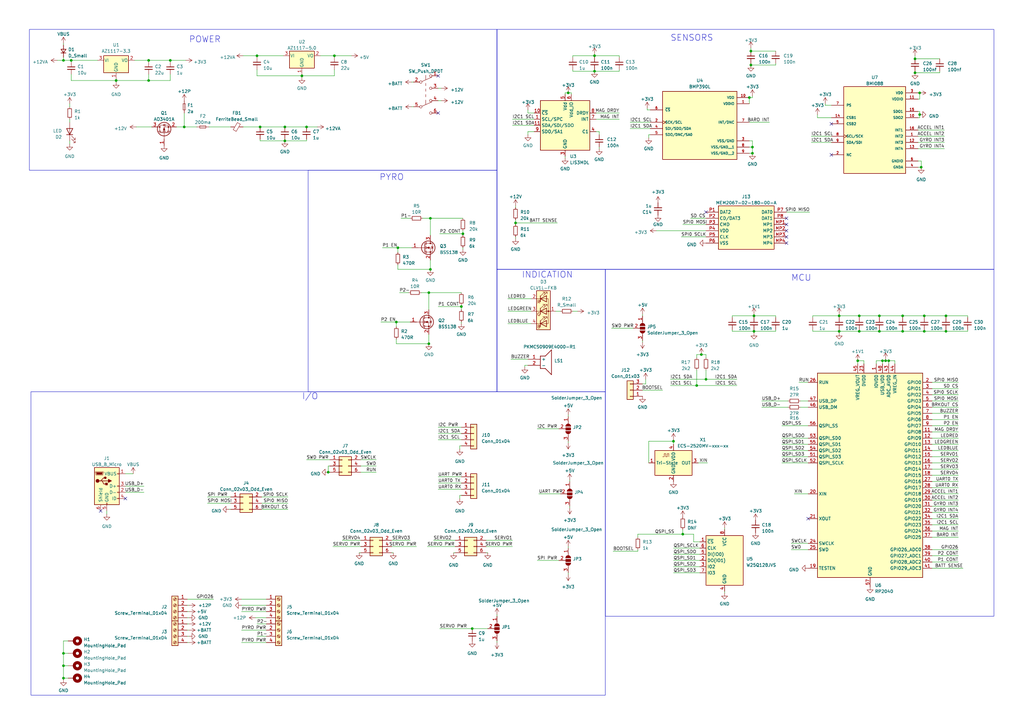
<source format=kicad_sch>
(kicad_sch (version 20230121) (generator eeschema)
  (paper "A3")
  (title_block (title "Maru") (date "2023-08-24") (rev "Alpha"))
  (junction (at 287.655 145.415))
  (junction (at 243.84 29.21))
  (junction (at 375.285 24.13))
  (junction (at 243.84 22.86))
  (junction (at 123.825 31.115))
  (junction (at 189.23 125.73))
  (junction (at 26.035 278.13))
  (junction (at 285.75 158.115))
  (junction (at 375.285 29.845))
  (junction (at 308.61 62.865))
  (junction (at 26.035 273.05))
  (junction (at 379.095 135.89))
  (junction (at 344.17 129.54))
  (junction (at 387.985 135.89))
  (junction (at 193.675 257.81))
  (junction (at 387.985 129.54))
  (junction (at 379.095 129.54))
  (junction (at 175.895 140.97))
  (junction (at 105.41 22.86))
  (junction (at 26.035 267.97))
  (junction (at 377.19 38.1))
  (junction (at 134.62 193.675))
  (junction (at 75.565 52.07))
  (junction (at 307.975 20.955))
  (junction (at 364.49 147.955))
  (junction (at 47.625 33.02))
  (junction (at 106.68 52.07))
  (junction (at 176.53 110.49))
  (junction (at 370.205 135.89))
  (junction (at 116.84 52.07))
  (junction (at 176.53 89.535))
  (junction (at 189.865 95.885))
  (junction (at 60.96 24.765))
  (junction (at 360.68 135.89))
  (junction (at 163.195 101.6))
  (junction (at 125.73 52.07))
  (junction (at 370.205 129.54))
  (junction (at 308.61 60.325))
  (junction (at 309.245 135.89))
  (junction (at 69.85 24.765))
  (junction (at 307.975 26.67))
  (junction (at 352.425 129.54))
  (junction (at 377.825 68.58))
  (junction (at 233.045 38.1))
  (junction (at 361.95 147.955))
  (junction (at 137.16 22.86))
  (junction (at 116.84 57.785))
  (junction (at 309.245 129.54))
  (junction (at 162.56 132.08))
  (junction (at 351.79 147.955))
  (junction (at 307.34 40.005))
  (junction (at 211.455 91.44))
  (junction (at 344.17 135.89))
  (junction (at 360.68 129.54))
  (junction (at 26.035 24.765))
  (junction (at 352.425 135.89))
  (junction (at 363.22 147.955))
  (junction (at 60.96 33.02))
  (junction (at 29.21 24.765))
  (junction (at 175.895 120.015))
  (junction (at 377.19 46.99))
  (junction (at 276.225 180.975))
  (junction (at 289.56 155.575))
  (junction (at 280.035 219.075))
  (no_connect (at 340.995 50.8))
  (no_connect (at 41.275 209.55))
  (no_connect (at 322.58 97.155))
  (no_connect (at 322.58 94.615))
  (no_connect (at 322.58 99.695))
  (no_connect (at 322.58 92.075))
  (no_connect (at 322.58 89.535))
  (no_connect (at 51.435 204.47))
  (no_connect (at 289.56 86.995))
  (no_connect (at 179.705 46.355))
  (no_connect (at 340.995 63.5))
  (no_connect (at 179.705 31.115))
  (no_connect (at 331.47 212.725))
  (wire (pts (xy 361.95 147.955) (xy 363.22 147.955)))
  (wire (pts (xy 354.33 147.955) (xy 354.33 149.225)))
  (wire (pts (xy 244.475 48.895) (xy 254 48.895)))
  (wire (pts (xy 163.83 120.015) (xy 167.64 120.015)))
  (wire (pts (xy 377.19 45.72) (xy 377.19 46.99)))
  (wire (pts (xy 26.035 23.495) (xy 26.035 24.765)))
  (wire (pts (xy 216.535 55.245) (xy 216.535 53.975)))
  (wire (pts (xy 285.75 145.415) (xy 285.75 146.685)))
  (wire (pts (xy 258.445 52.705) (xy 266.7 52.705)))
  (wire (pts (xy 382.27 200.025) (xy 393.065 200.025)))
  (wire (pts (xy 387.985 129.54) (xy 387.985 130.175)))
  (wire (pts (xy 274.955 155.575) (xy 289.56 155.575)))
  (wire (pts (xy 199.39 221.615) (xy 210.185 221.615)))
  (wire (pts (xy 209.55 147.32) (xy 216.535 147.32)))
  (wire (pts (xy 382.27 189.865) (xy 393.065 189.865)))
  (wire (pts (xy 179.705 175.26) (xy 189.23 175.26)))
  (wire (pts (xy 211.455 97.155) (xy 211.455 97.79)))
  (wire (pts (xy 244.475 53.975) (xy 245.745 53.975)))
  (wire (pts (xy 231.775 64.135) (xy 231.775 64.77)))
  (wire (pts (xy 234.95 22.86) (xy 243.84 22.86)))
  (wire (pts (xy 307.975 26.67) (xy 318.135 26.67)))
  (wire (pts (xy 261.62 226.06) (xy 261.62 225.425)))
  (wire (pts (xy 245.745 60.325) (xy 245.745 60.96)))
  (wire (pts (xy 176.53 110.49) (xy 163.195 110.49)))
  (wire (pts (xy 309.245 128.905) (xy 309.245 129.54)))
  (wire (pts (xy 47.625 33.655) (xy 47.625 33.02)))
  (wire (pts (xy 76.2 24.765) (xy 69.85 24.765)))
  (wire (pts (xy 308.61 60.325) (xy 308.61 57.785)))
  (wire (pts (xy 307.975 19.685) (xy 307.975 20.955)))
  (wire (pts (xy 243.84 22.86) (xy 243.84 23.495)))
  (wire (pts (xy 376.555 38.1) (xy 377.19 38.1)))
  (wire (pts (xy 51.435 199.39) (xy 59.055 199.39)))
  (wire (pts (xy 375.285 24.13) (xy 385.445 24.13)))
  (wire (pts (xy 180.34 257.81) (xy 193.675 257.81)))
  (wire (pts (xy 140.335 221.615) (xy 147.955 221.615)))
  (wire (pts (xy 177.8 221.615) (xy 186.69 221.615)))
  (wire (pts (xy 107.315 203.835) (xy 118.11 203.835)))
  (wire (pts (xy 379.095 129.54) (xy 387.985 129.54)))
  (wire (pts (xy 234.95 22.86) (xy 234.95 23.495)))
  (wire (pts (xy 359.41 149.225) (xy 359.41 147.955)))
  (wire (pts (xy 162.56 133.985) (xy 162.56 132.08)))
  (wire (pts (xy 244.475 46.355) (xy 254 46.355)))
  (wire (pts (xy 76.835 258.445) (xy 77.47 258.445)))
  (wire (pts (xy 168.91 43.815) (xy 169.545 43.815)))
  (wire (pts (xy 382.27 159.385) (xy 393.065 159.385)))
  (wire (pts (xy 344.17 135.89) (xy 333.375 135.89)))
  (wire (pts (xy 344.17 129.54) (xy 344.17 130.175)))
  (wire (pts (xy 324.485 225.425) (xy 331.47 225.425)))
  (wire (pts (xy 376.555 45.72) (xy 377.19 45.72)))
  (wire (pts (xy 308.61 62.865) (xy 308.61 60.325)))
  (wire (pts (xy 179.705 195.58) (xy 189.23 195.58)))
  (wire (pts (xy 76.835 248.285) (xy 77.47 248.285)))
  (wire (pts (xy 309.245 135.89) (xy 309.245 135.255)))
  (wire (pts (xy 285.75 158.115) (xy 302.26 158.115)))
  (wire (pts (xy 134.62 193.675) (xy 135.255 193.675)))
  (wire (pts (xy 163.195 101.6) (xy 168.91 101.6)))
  (wire (pts (xy 105.41 255.905) (xy 109.22 255.905)))
  (wire (pts (xy 211.455 90.17) (xy 211.455 91.44)))
  (wire (pts (xy 26.035 278.765) (xy 26.035 278.13)))
  (wire (pts (xy 179.705 198.12) (xy 189.23 198.12)))
  (wire (pts (xy 43.815 209.55) (xy 43.815 210.82)))
  (wire (pts (xy 318.135 135.89) (xy 318.135 135.255)))
  (wire (pts (xy 28.575 50.165) (xy 28.575 48.895)))
  (wire (pts (xy 175.895 120.015) (xy 189.23 120.015)))
  (wire (pts (xy 309.245 135.89) (xy 309.245 136.525)))
  (wire (pts (xy 105.41 260.985) (xy 109.22 260.985)))
  (wire (pts (xy 284.48 222.25) (xy 287.02 222.25)))
  (wire (pts (xy 69.85 33.02) (xy 60.96 33.02)))
  (wire (pts (xy 287.655 145.415) (xy 289.56 145.415)))
  (wire (pts (xy 208.28 127.635) (xy 217.805 127.635)))
  (wire (pts (xy 387.985 135.89) (xy 396.875 135.89)))
  (wire (pts (xy 261.62 219.075) (xy 280.035 219.075)))
  (wire (pts (xy 176.53 89.535) (xy 176.53 96.52)))
  (wire (pts (xy 26.035 267.97) (xy 27.94 267.97)))
  (wire (pts (xy 312.42 167.005) (xy 323.215 167.005)))
  (wire (pts (xy 106.68 57.785) (xy 106.68 57.15)))
  (wire (pts (xy 382.27 220.345) (xy 393.065 220.345)))
  (wire (pts (xy 28.575 57.785) (xy 28.575 59.055)))
  (wire (pts (xy 243.84 28.575) (xy 243.84 29.21)))
  (wire (pts (xy 26.035 278.13) (xy 26.035 273.05)))
  (wire (pts (xy 107.315 208.915) (xy 118.11 208.915)))
  (wire (pts (xy 324.485 222.885) (xy 331.47 222.885)))
  (wire (pts (xy 208.28 132.715) (xy 217.805 132.715)))
  (wire (pts (xy 131.445 22.86) (xy 137.16 22.86)))
  (wire (pts (xy 344.17 135.89) (xy 344.17 136.525)))
  (wire (pts (xy 188.595 184.15) (xy 188.595 182.88)))
  (wire (pts (xy 318.135 129.54) (xy 318.135 130.175)))
  (wire (pts (xy 189.865 94.615) (xy 189.865 95.885)))
  (wire (pts (xy 258.445 50.165) (xy 266.7 50.165)))
  (wire (pts (xy 363.22 147.955) (xy 364.49 147.955)))
  (wire (pts (xy 28.575 42.545) (xy 28.575 43.815)))
  (wire (pts (xy 312.42 164.465) (xy 323.215 164.465)))
  (wire (pts (xy 276.225 180.975) (xy 276.225 182.245)))
  (wire (pts (xy 116.84 52.07) (xy 106.68 52.07)))
  (wire (pts (xy 60.96 33.02) (xy 60.96 30.48)))
  (wire (pts (xy 375.285 29.845) (xy 385.445 29.845)))
  (wire (pts (xy 125.73 52.07) (xy 116.84 52.07)))
  (wire (pts (xy 382.27 192.405) (xy 393.065 192.405)))
  (wire (pts (xy 215.265 149.86) (xy 216.535 149.86)))
  (wire (pts (xy 266.065 189.865) (xy 266.065 180.975)))
  (wire (pts (xy 199.39 224.155) (xy 210.185 224.155)))
  (wire (pts (xy 320.675 189.865) (xy 331.47 189.865)))
  (wire (pts (xy 264.795 157.48) (xy 263.525 157.48)))
  (wire (pts (xy 76.835 255.905) (xy 77.47 255.905)))
  (wire (pts (xy 376.555 60.96) (xy 387.35 60.96)))
  (wire (pts (xy 363.22 147.32) (xy 363.22 147.955)))
  (wire (pts (xy 105.41 22.86) (xy 105.41 23.495)))
  (wire (pts (xy 360.68 135.89) (xy 370.205 135.89)))
  (wire (pts (xy 179.705 41.275) (xy 180.975 41.275)))
  (wire (pts (xy 26.035 278.13) (xy 27.94 278.13)))
  (wire (pts (xy 332.74 55.88) (xy 340.995 55.88)))
  (wire (pts (xy 29.21 24.765) (xy 29.21 25.4)))
  (wire (pts (xy 234.95 127.635) (xy 236.855 127.635)))
  (wire (pts (xy 227.965 127.635) (xy 229.87 127.635)))
  (wire (pts (xy 188.595 203.2) (xy 189.23 203.2)))
  (wire (pts (xy 189.23 132.08) (xy 189.23 132.715)))
  (wire (pts (xy 280.035 219.075) (xy 284.48 219.075)))
  (wire (pts (xy 300.355 135.89) (xy 300.355 135.255)))
  (wire (pts (xy 352.425 129.54) (xy 352.425 130.175)))
  (wire (pts (xy 376.555 40.64) (xy 377.19 40.64)))
  (wire (pts (xy 376.555 55.88) (xy 387.35 55.88)))
  (wire (pts (xy 382.27 202.565) (xy 393.065 202.565)))
  (wire (pts (xy 234.95 29.21) (xy 234.95 28.575)))
  (wire (pts (xy 47.625 33.02) (xy 60.96 33.02)))
  (wire (pts (xy 385.445 29.21) (xy 385.445 29.845)))
  (wire (pts (xy 109.22 253.365) (xy 104.775 253.365)))
  (wire (pts (xy 309.245 129.54) (xy 318.135 129.54)))
  (wire (pts (xy 179.705 125.73) (xy 189.23 125.73)))
  (wire (pts (xy 243.84 29.21) (xy 254 29.21)))
  (wire (pts (xy 263.525 128.905) (xy 263.525 129.54)))
  (wire (pts (xy 220.98 202.565) (xy 229.87 202.565)))
  (wire (pts (xy 263.525 160.02) (xy 271.78 160.02)))
  (wire (pts (xy 69.85 30.48) (xy 69.85 33.02)))
  (wire (pts (xy 60.96 24.765) (xy 60.96 25.4)))
  (wire (pts (xy 269.24 94.615) (xy 289.56 94.615)))
  (wire (pts (xy 338.455 43.18) (xy 338.455 42.545)))
  (wire (pts (xy 265.43 44.45) (xy 265.43 45.085)))
  (wire (pts (xy 370.205 135.89) (xy 379.095 135.89)))
  (wire (pts (xy 318.135 26.035) (xy 318.135 26.67)))
  (wire (pts (xy 370.205 129.54) (xy 370.205 130.175)))
  (wire (pts (xy 51.435 194.31) (xy 54.61 194.31)))
  (wire (pts (xy 188.595 182.88) (xy 189.23 182.88)))
  (wire (pts (xy 266.065 180.975) (xy 276.225 180.975)))
  (wire (pts (xy 116.84 57.15) (xy 116.84 57.785)))
  (wire (pts (xy 352.425 135.89) (xy 352.425 135.255)))
  (wire (pts (xy 300.355 129.54) (xy 300.355 130.175)))
  (wire (pts (xy 276.225 224.79) (xy 287.02 224.79)))
  (wire (pts (xy 85.09 203.835) (xy 94.615 203.835)))
  (wire (pts (xy 382.27 212.725) (xy 393.065 212.725)))
  (wire (pts (xy 137.16 22.86) (xy 144.145 22.86)))
  (wire (pts (xy 216.535 45.085) (xy 216.535 46.355)))
  (wire (pts (xy 137.16 22.86) (xy 137.16 23.495)))
  (wire (pts (xy 85.725 52.07) (xy 94.615 52.07)))
  (wire (pts (xy 265.43 45.085) (xy 266.7 45.085)))
  (wire (pts (xy 266.065 55.245) (xy 266.7 55.245)))
  (wire (pts (xy 285.75 145.415) (xy 287.655 145.415)))
  (wire (pts (xy 233.045 170.18) (xy 233.045 170.815)))
  (wire (pts (xy 379.095 129.54) (xy 379.095 130.175)))
  (wire (pts (xy 360.68 129.54) (xy 370.205 129.54)))
  (wire (pts (xy 283.21 89.535) (xy 289.56 89.535)))
  (wire (pts (xy 233.68 208.28) (xy 233.68 207.645)))
  (wire (pts (xy 200.025 226.695) (xy 199.39 226.695)))
  (wire (pts (xy 382.27 187.325) (xy 393.065 187.325)))
  (wire (pts (xy 147.955 188.595) (xy 154.305 188.595)))
  (wire (pts (xy 279.4 97.155) (xy 289.56 97.155)))
  (wire (pts (xy 168.91 33.655) (xy 169.545 33.655)))
  (wire (pts (xy 382.27 169.545) (xy 393.065 169.545)))
  (wire (pts (xy 69.85 25.4) (xy 69.85 24.765)))
  (wire (pts (xy 309.245 129.54) (xy 309.245 130.175)))
  (wire (pts (xy 335.28 46.99) (xy 335.28 48.26)))
  (wire (pts (xy 285.75 151.765) (xy 285.75 158.115)))
  (wire (pts (xy 307.34 50.165) (xy 315.595 50.165)))
  (wire (pts (xy 333.375 135.89) (xy 333.375 135.255)))
  (wire (pts (xy 382.27 177.165) (xy 393.065 177.165)))
  (wire (pts (xy 109.22 258.445) (xy 99.06 258.445)))
  (wire (pts (xy 266.065 56.515) (xy 266.065 55.245)))
  (wire (pts (xy 307.34 62.865) (xy 308.61 62.865)))
  (wire (pts (xy 382.27 161.925) (xy 393.065 161.925)))
  (wire (pts (xy 327.66 156.845) (xy 331.47 156.845)))
  (wire (pts (xy 193.675 257.81) (xy 200.025 257.81)))
  (wire (pts (xy 109.22 250.825) (xy 99.06 250.825)))
  (wire (pts (xy 93.98 208.915) (xy 94.615 208.915)))
  (wire (pts (xy 332.74 58.42) (xy 340.995 58.42)))
  (wire (pts (xy 297.18 243.205) (xy 297.18 242.57)))
  (wire (pts (xy 77.47 263.525) (xy 76.835 263.525)))
  (wire (pts (xy 164.465 89.535) (xy 168.275 89.535)))
  (wire (pts (xy 136.525 224.155) (xy 147.955 224.155)))
  (wire (pts (xy 243.84 29.21) (xy 234.95 29.21)))
  (wire (pts (xy 289.56 155.575) (xy 302.26 155.575)))
  (wire (pts (xy 359.41 147.955) (xy 361.95 147.955)))
  (wire (pts (xy 175.26 224.155) (xy 186.69 224.155)))
  (wire (pts (xy 130.175 52.07) (xy 125.73 52.07)))
  (wire (pts (xy 211.455 91.44) (xy 211.455 92.075)))
  (wire (pts (xy 320.675 174.625) (xy 331.47 174.625)))
  (wire (pts (xy 289.56 145.415) (xy 289.56 146.685)))
  (wire (pts (xy 105.41 28.575) (xy 105.41 31.115)))
  (wire (pts (xy 189.865 95.885) (xy 189.865 96.52)))
  (wire (pts (xy 55.88 52.07) (xy 62.23 52.07)))
  (wire (pts (xy 161.29 226.695) (xy 160.655 226.695)))
  (wire (pts (xy 360.68 135.89) (xy 360.68 135.255)))
  (wire (pts (xy 189.23 177.8) (xy 179.705 177.8)))
  (wire (pts (xy 203.835 252.095) (xy 203.835 252.73)))
  (wire (pts (xy 320.675 187.325) (xy 331.47 187.325)))
  (wire (pts (xy 173.355 89.535) (xy 176.53 89.535)))
  (wire (pts (xy 333.375 129.54) (xy 344.17 129.54)))
  (wire (pts (xy 382.27 174.625) (xy 393.065 174.625)))
  (wire (pts (xy 382.27 225.425) (xy 393.065 225.425)))
  (wire (pts (xy 307.34 40.005) (xy 307.34 42.545)))
  (wire (pts (xy 26.035 18.415) (xy 26.035 17.78)))
  (wire (pts (xy 376.555 53.34) (xy 387.35 53.34)))
  (wire (pts (xy 26.035 267.97) (xy 26.035 262.89)))
  (wire (pts (xy 137.16 31.115) (xy 137.16 28.575)))
  (wire (pts (xy 382.27 167.005) (xy 393.065 167.005)))
  (wire (pts (xy 328.295 164.465) (xy 331.47 164.465)))
  (wire (pts (xy 308.61 57.785) (xy 307.34 57.785)))
  (wire (pts (xy 254 22.86) (xy 254 23.495)))
  (wire (pts (xy 370.205 135.89) (xy 370.205 135.255)))
  (wire (pts (xy 134.62 191.135) (xy 135.255 191.135)))
  (wire (pts (xy 309.245 135.89) (xy 318.135 135.89)))
  (wire (pts (xy 107.315 206.375) (xy 118.11 206.375)))
  (wire (pts (xy 220.345 229.87) (xy 229.235 229.87)))
  (wire (pts (xy 335.28 48.26) (xy 340.995 48.26)))
  (wire (pts (xy 377.825 66.04) (xy 377.825 68.58)))
  (wire (pts (xy 99.06 245.745) (xy 109.22 245.745)))
  (wire (pts (xy 377.19 40.64) (xy 377.19 38.1)))
  (wire (pts (xy 26.035 24.765) (xy 29.21 24.765)))
  (wire (pts (xy 175.895 137.16) (xy 175.895 140.97)))
  (wire (pts (xy 382.27 215.265) (xy 393.065 215.265)))
  (wire (pts (xy 276.225 227.33) (xy 287.02 227.33)))
  (wire (pts (xy 147.955 191.135) (xy 154.305 191.135)))
  (wire (pts (xy 156.845 101.6) (xy 163.195 101.6)))
  (wire (pts (xy 23.495 24.765) (xy 26.035 24.765)))
  (wire (pts (xy 162.56 140.97) (xy 162.56 139.065)))
  (wire (pts (xy 320.675 179.705) (xy 331.47 179.705)))
  (wire (pts (xy 163.195 110.49) (xy 163.195 108.585)))
  (wire (pts (xy 338.455 43.18) (xy 340.995 43.18)))
  (wire (pts (xy 99.06 248.285) (xy 109.22 248.285)))
  (wire (pts (xy 233.045 181.61) (xy 233.045 180.975)))
  (wire (pts (xy 233.045 235.585) (xy 233.045 234.95)))
  (wire (pts (xy 233.68 196.85) (xy 233.68 197.485)))
  (wire (pts (xy 215.265 150.495) (xy 215.265 149.86)))
  (wire (pts (xy 186.055 226.695) (xy 186.69 226.695)))
  (wire (pts (xy 376.555 58.42) (xy 387.35 58.42)))
  (wire (pts (xy 40.005 24.765) (xy 29.21 24.765)))
  (wire (pts (xy 26.035 262.89) (xy 27.94 262.89)))
  (wire (pts (xy 116.84 57.785) (xy 106.68 57.785)))
  (wire (pts (xy 300.355 129.54) (xy 309.245 129.54)))
  (wire (pts (xy 280.035 92.075) (xy 289.56 92.075)))
  (wire (pts (xy 60.96 24.765) (xy 69.85 24.765)))
  (wire (pts (xy 76.835 245.745) (xy 87.63 245.745)))
  (wire (pts (xy 308.61 40.005) (xy 307.34 40.005)))
  (wire (pts (xy 116.205 22.86) (xy 105.41 22.86)))
  (wire (pts (xy 344.17 128.905) (xy 344.17 129.54)))
  (wire (pts (xy 361.95 147.955) (xy 361.95 149.225)))
  (wire (pts (xy 382.27 205.105) (xy 393.065 205.105)))
  (wire (pts (xy 276.225 180.34) (xy 276.225 180.975)))
  (wire (pts (xy 29.21 30.48) (xy 29.21 33.02)))
  (wire (pts (xy 29.21 33.02) (xy 47.625 33.02)))
  (wire (pts (xy 370.205 129.54) (xy 379.095 129.54)))
  (wire (pts (xy 264.795 155.575) (xy 264.795 157.48)))
  (wire (pts (xy 147.32 226.695) (xy 147.955 226.695)))
  (wire (pts (xy 382.27 227.965) (xy 393.065 227.965)))
  (wire (pts (xy 344.17 135.89) (xy 352.425 135.89)))
  (wire (pts (xy 72.39 52.07) (xy 75.565 52.07)))
  (wire (pts (xy 176.53 106.68) (xy 176.53 110.49)))
  (wire (pts (xy 189.23 125.095) (xy 189.23 125.73)))
  (wire (pts (xy 382.27 233.045) (xy 394.97 233.045)))
  (wire (pts (xy 175.895 120.015) (xy 175.895 127)))
  (wire (pts (xy 375.285 29.21) (xy 375.285 29.845)))
  (wire (pts (xy 189.23 180.34) (xy 179.705 180.34)))
  (wire (pts (xy 276.225 234.95) (xy 287.02 234.95)))
  (wire (pts (xy 387.985 129.54) (xy 396.875 129.54)))
  (wire (pts (xy 379.095 135.89) (xy 379.095 135.255)))
  (wire (pts (xy 382.27 194.945) (xy 393.065 194.945)))
  (wire (pts (xy 156.21 132.08) (xy 162.56 132.08)))
  (wire (pts (xy 163.195 103.505) (xy 163.195 101.6)))
  (wire (pts (xy 210.185 48.895) (xy 219.075 48.895)))
  (wire (pts (xy 331.47 202.565) (xy 325.755 202.565)))
  (wire (pts (xy 172.72 120.015) (xy 175.895 120.015)))
  (wire (pts (xy 367.03 147.955) (xy 367.03 149.225)))
  (wire (pts (xy 261.62 219.075) (xy 261.62 220.345)))
  (wire (pts (xy 250.825 134.62) (xy 259.715 134.62)))
  (wire (pts (xy 297.18 216.535) (xy 297.18 217.17)))
  (wire (pts (xy 351.79 147.955) (xy 351.79 149.225)))
  (wire (pts (xy 123.825 31.75) (xy 123.825 31.115)))
  (wire (pts (xy 328.295 167.005) (xy 331.47 167.005)))
  (wire (pts (xy 387.985 135.89) (xy 387.985 135.255)))
  (wire (pts (xy 188.595 204.47) (xy 188.595 203.2)))
  (wire (pts (xy 77.47 253.365) (xy 76.835 253.365)))
  (wire (pts (xy 123.825 31.115) (xy 137.16 31.115)))
  (wire (pts (xy 396.875 129.54) (xy 396.875 130.175)))
  (wire (pts (xy 77.47 250.825) (xy 76.835 250.825)))
  (wire (pts (xy 26.035 273.05) (xy 26.035 267.97)))
  (wire (pts (xy 210.185 51.435) (xy 219.075 51.435)))
  (wire (pts (xy 377.19 46.99) (xy 377.19 48.26)))
  (wire (pts (xy 333.375 129.54) (xy 333.375 130.175)))
  (wire (pts (xy 396.875 135.89) (xy 396.875 135.255)))
  (wire (pts (xy 99.695 22.86) (xy 105.41 22.86)))
  (wire (pts (xy 47.625 32.385) (xy 47.625 33.02)))
  (wire (pts (xy 179.705 36.195) (xy 180.975 36.195)))
  (wire (pts (xy 160.655 224.155) (xy 170.815 224.155)))
  (wire (pts (xy 233.045 38.1) (xy 234.315 38.1)))
  (wire (pts (xy 179.705 200.66) (xy 189.23 200.66)))
  (wire (pts (xy 320.675 184.785) (xy 331.47 184.785)))
  (wire (pts (xy 376.555 48.26) (xy 377.19 48.26)))
  (wire (pts (xy 300.355 135.89) (xy 309.245 135.89)))
  (wire (pts (xy 376.555 66.04) (xy 377.825 66.04)))
  (wire (pts (xy 243.84 22.86) (xy 254 22.86)))
  (wire (pts (xy 382.27 230.505) (xy 393.065 230.505)))
  (wire (pts (xy 125.73 57.785) (xy 116.84 57.785)))
  (wire (pts (xy 189.23 125.73) (xy 189.23 127)))
  (wire (pts (xy 175.895 140.97) (xy 162.56 140.97)))
  (wire (pts (xy 364.49 147.955) (xy 367.03 147.955)))
  (wire (pts (xy 307.975 26.035) (xy 307.975 26.67)))
  (wire (pts (xy 75.565 46.355) (xy 75.565 52.07)))
  (wire (pts (xy 125.73 57.15) (xy 125.73 57.785)))
  (wire (pts (xy 233.045 224.155) (xy 233.045 224.79)))
  (wire (pts (xy 308.61 39.37) (xy 308.61 40.005)))
  (wire (pts (xy 382.27 210.185) (xy 393.065 210.185)))
  (wire (pts (xy 85.09 206.375) (xy 94.615 206.375)))
  (wire (pts (xy 216.535 53.975) (xy 219.075 53.975)))
  (wire (pts (xy 26.035 273.05) (xy 27.94 273.05)))
  (wire (pts (xy 382.27 207.645) (xy 393.065 207.645)))
  (wire (pts (xy 105.41 31.115) (xy 123.825 31.115)))
  (wire (pts (xy 176.53 89.535) (xy 189.865 89.535)))
  (wire (pts (xy 123.825 30.48) (xy 123.825 31.115)))
  (wire (pts (xy 382.27 217.805) (xy 393.065 217.805)))
  (wire (pts (xy 211.455 84.455) (xy 211.455 85.09)))
  (wire (pts (xy 109.22 263.525) (xy 99.06 263.525)))
  (wire (pts (xy 307.975 20.955) (xy 318.135 20.955)))
  (wire (pts (xy 274.955 158.115) (xy 285.75 158.115)))
  (wire (pts (xy 307.34 60.325) (xy 308.61 60.325)))
  (wire (pts (xy 382.27 172.085) (xy 393.065 172.085)))
  (wire (pts (xy 364.49 147.955) (xy 364.49 149.225)))
  (wire (pts (xy 289.56 151.765) (xy 289.56 155.575)))
  (wire (pts (xy 376.555 68.58) (xy 377.825 68.58)))
  (wire (pts (xy 375.285 22.86) (xy 375.285 24.13)))
  (wire (pts (xy 189.865 101.6) (xy 189.865 102.235)))
  (wire (pts (xy 382.27 179.705) (xy 393.065 179.705)))
  (wire (pts (xy 75.565 52.07) (xy 80.645 52.07)))
  (wire (pts (xy 280.035 217.17) (xy 280.035 219.075)))
  (wire (pts (xy 284.48 219.075) (xy 284.48 222.25)))
  (wire (pts (xy 322.58 86.995) (xy 332.105 86.995)))
  (wire (pts (xy 180.34 95.885) (xy 189.865 95.885)))
  (wire (pts (xy 251.46 226.06) (xy 261.62 226.06)))
  (wire (pts (xy 220.345 175.895) (xy 229.235 175.895)))
  (wire (pts (xy 233.045 38.1) (xy 231.775 38.1)))
  (wire (pts (xy 290.195 189.865) (xy 286.385 189.865)))
  (wire (pts (xy 134.62 193.675) (xy 134.62 191.135)))
  (wire (pts (xy 125.73 188.595) (xy 135.255 188.595)))
  (wire (pts (xy 234.315 38.1) (xy 234.315 38.735)))
  (wire (pts (xy 51.435 201.93) (xy 59.055 201.93)))
  (wire (pts (xy 243.84 22.225) (xy 243.84 22.86)))
  (wire (pts (xy 55.245 24.765) (xy 60.96 24.765)))
  (wire (pts (xy 76.835 260.985) (xy 77.47 260.985)))
  (wire (pts (xy 352.425 135.89) (xy 360.68 135.89)))
  (wire (pts (xy 382.27 156.845) (xy 393.065 156.845)))
  (wire (pts (xy 147.955 193.675) (xy 154.305 193.675)))
  (wire (pts (xy 203.835 263.525) (xy 203.835 262.89)))
  (wire (pts (xy 379.095 135.89) (xy 387.985 135.89)))
  (wire (pts (xy 263.525 140.335) (xy 263.525 139.7)))
  (wire (pts (xy 276.225 229.87) (xy 287.02 229.87)))
  (wire (pts (xy 231.775 38.1) (xy 231.775 38.735)))
  (wire (pts (xy 352.425 129.54) (xy 360.68 129.54)))
  (wire (pts (xy 208.28 122.555) (xy 217.805 122.555)))
  (wire (pts (xy 360.68 129.54) (xy 360.68 130.175)))
  (wire (pts (xy 320.675 182.245) (xy 331.47 182.245)))
  (wire (pts (xy 160.655 221.615) (xy 168.275 221.615)))
  (wire (pts (xy 106.68 52.07) (xy 99.695 52.07)))
  (wire (pts (xy 211.455 91.44) (xy 228.6 91.44)))
  (wire (pts (xy 382.27 182.245) (xy 393.065 182.245)))
  (wire (pts (xy 245.745 53.975) (xy 245.745 55.245)))
  (wire (pts (xy 254 28.575) (xy 254 29.21)))
  (wire (pts (xy 216.535 46.355) (xy 219.075 46.355)))
  (wire (pts (xy 162.56 132.08) (xy 168.275 132.08)))
  (wire (pts (xy 344.17 129.54) (xy 352.425 129.54)))
  (wire (pts (xy 344.17 135.89) (xy 344.17 135.255)))
  (wire (pts (xy 382.27 184.785) (xy 393.065 184.785)))
  (wire (pts (xy 382.27 164.465) (xy 393.065 164.465)))
  (wire (pts (xy 351.79 147.955) (xy 354.33 147.955)))
  (wire (pts (xy 382.27 197.485) (xy 393.065 197.485)))
  (wire (pts (xy 276.225 232.41) (xy 287.02 232.41)))
  (rectangle (start 12.7 160.655) (end 248.285 285.115))
  (rectangle (start 203.835 12.065) (end 407.67 110.49))
  (rectangle (start 203.835 110.49) (end 248.285 160.655))
  (rectangle (start 12.065 12.065) (end 203.835 69.85))
  (rectangle (start 248.285 110.49) (end 407.67 252.73))
  (rectangle (start 126.365 69.85) (end 203.835 160.655))
  (text "I/O\n\n" (at 123.825 168.275 0) (effects (font (size 2.54 2.54)) (justify left bottom)))
  (text "SENSORS\n" (at 274.955 17.145 0) (effects (font (size 2.54 2.54)) (justify left bottom)))
  (text "INDICATION" (at 213.995 114.3 0) (effects (font (size 2.54 2.54)) (justify left bottom)))
  (text "PYRO" (at 155.575 74.295 0) (effects (font (size 2.54 2.54)) (justify left bottom)))
  (text "POWER\n" (at 77.47 17.78 0) (effects (font (size 2.54 2.54)) (justify left bottom)))
  (text "MCU" (at 324.485 115.57 0) (effects (font (size 2.54 2.54)) (justify left bottom)))
  (label "BUZZER" (at 393.065 169.545 180))
  (label "SERVO4" (at 393.065 194.945 180))
  (label "P1 CONT" (at 179.705 125.73 0))
  (label "QSPI_SD3" (at 320.675 187.325 0))
  (label "QSPI_SD3" (at 276.225 234.95 0))
  (label "UART0 TX" (at 393.065 197.485 180))
  (label "P1-" (at 105.41 260.985 0))
  (label "I2C1 SCL" (at 210.185 48.895 0))
  (label "LEDGREEN" (at 208.28 127.635 0))
  (label "QSPI_SDO" (at 276.225 227.33 0))
  (label "SPI0 SCLK" (at 393.065 161.925 180))
  (label "QSPI_SCLK" (at 276.225 224.79 0))
  (label "SERVO PWR" (at 170.815 224.155 180))
  (label "P1-" (at 164.465 89.535 0))
  (label "SPI0 SCLK" (at 279.4 97.155 0))
  (label "GYRO INT3" (at 393.065 207.645 180))
  (label "I2C1 SDA" (at 332.74 58.42 0))
  (label "SWD PWR" (at 250.825 134.62 0))
  (label "P2 EN" (at 156.21 132.08 0))
  (label "BOOTSEL" (at 251.46 226.06 0))
  (label "I2C1 SCL" (at 274.955 158.115 0))
  (label "SPI0 MOSI" (at 85.09 206.375 0))
  (label "P2 CONT" (at 393.065 227.965 180))
  (label "I2C1 SCL" (at 179.705 180.34 0))
  (label "SERVO PWR" (at 180.34 257.81 0))
  (label "UART PWR" (at 220.98 202.565 0))
  (label "USB_D+" (at 312.42 164.465 0))
  (label "GYRO INT4" (at 387.35 60.96 180))
  (label "SWD PWR" (at 125.73 188.595 0))
  (label "BUZZER" (at 209.55 147.32 0))
  (label "I2C PWR" (at 220.345 175.895 0))
  (label "PYRO PWR" (at 99.06 263.525 0))
  (label "I2C1 SDA" (at 258.445 52.705 0))
  (label "I2C1 SDA" (at 393.065 212.725 180))
  (label "USB_D-" (at 312.42 167.005 0))
  (label "QSPI_SD1" (at 320.675 182.245 0))
  (label "I2C1 SCL" (at 302.26 158.115 180))
  (label "SPI0 MOSI" (at 280.035 92.075 0))
  (label "USB_D+" (at 59.055 199.39 180))
  (label "GYRO INT4" (at 393.065 210.185 180))
  (label "GPIO26" (at 393.065 225.425 180))
  (label "ACCEL INT1" (at 393.065 202.565 180))
  (label "P2 CONT" (at 180.34 95.885 0))
  (label "SPI0 MISO" (at 332.105 86.995 180))
  (label "I2C PWR" (at 179.705 175.26 0))
  (label "ACCEL INT2" (at 393.065 205.105 180))
  (label "P1 EN" (at 393.065 172.085 180))
  (label "BRKOUT CS" (at 118.11 208.915 180))
  (label "GPIO26" (at 87.63 245.745 180))
  (label "LEDBLUE" (at 393.065 184.785 180))
  (label "SERVO PWR" (at 175.26 224.155 0))
  (label "SWCLK" (at 324.485 222.885 0))
  (label "UART PWR" (at 179.705 195.58 0))
  (label "LEDRED" (at 208.28 122.555 0))
  (label "QSPI_SS" (at 268.605 219.075 0))
  (label "BARO INT" (at 315.595 50.165 180))
  (label "SWCLK" (at 154.305 188.595 180))
  (label "QSPI_SCLK" (at 320.675 189.865 0))
  (label "P2 EN" (at 393.065 174.625 180))
  (label "MAG INT" (at 393.065 217.805 180))
  (label "XIN" (at 325.755 202.565 0))
  (label "SWD" (at 154.305 191.135 180))
  (label "SERVO1" (at 393.065 187.325 180))
  (label "QSPI_SD2" (at 276.225 232.41 0))
  (label "LEDRED" (at 393.065 179.705 180))
  (label "MAG DRDY" (at 254 46.355 180))
  (label "P2-" (at 105.41 255.905 0))
  (label "ACCEL INT1" (at 387.35 53.34 180))
  (label "I2C1 SCL" (at 393.065 215.265 180))
  (label "I2C1 SDA" (at 179.705 177.8 0))
  (label "P1 CONT" (at 393.065 230.505 180))
  (label "QSPI_SD2" (at 320.675 184.785 0))
  (label "SERVO2" (at 177.8 221.615 0))
  (label "SPI0 SCLK" (at 118.11 203.835 180))
  (label "SERVO4" (at 140.335 221.615 0))
  (label "ACCEL INT2" (at 387.35 55.88 180))
  (label "XIN" (at 290.195 189.865 180))
  (label "SERVO3" (at 393.065 192.405 180))
  (label "I2C1 SDA" (at 274.955 155.575 0))
  (label "RUN" (at 327.66 156.845 0))
  (label "SD CS" (at 283.21 89.535 0))
  (label "QSPI_SDO" (at 320.675 179.705 0))
  (label "UART0 RX" (at 393.065 200.025 180))
  (label "BRKOUT CS" (at 393.065 167.005 180))
  (label "QSPI_SD1" (at 276.225 229.87 0))
  (label "SPI0 MISO" (at 393.065 156.845 180))
  (label "SERVO PWR" (at 136.525 224.155 0))
  (label "SD CS" (at 393.065 159.385 180))
  (label "MAG DRDY" (at 393.065 177.165 180))
  (label "BOOTSEL" (at 271.78 160.02 180))
  (label "SPI PWR" (at 85.09 203.835 0))
  (label "LEDGREEN" (at 393.065 182.245 180))
  (label "PYRO PWR" (at 99.06 258.445 0))
  (label "SERVO1" (at 210.185 221.615 180))
  (label "USB_D-" (at 59.055 201.93 180))
  (label "SERVO2" (at 393.065 189.865 180))
  (label "RUN" (at 154.305 193.675 180))
  (label "UART0 TX" (at 179.705 198.12 0))
  (label "P2-" (at 163.83 120.015 0))
  (label "UART0 RX" (at 179.705 200.66 0))
  (label "LEDBLUE" (at 208.28 132.715 0))
  (label "BATT SENSE" (at 394.97 233.045 180))
  (label "SPI0 MOSI" (at 393.065 164.465 180))
  (label "SWD" (at 324.485 225.425 0))
  (label "I2C1 SCL" (at 258.445 50.165 0))
  (label "SERVO PWR" (at 210.185 224.155 180))
  (label "I2C1 SDA" (at 302.26 155.575 180))
  (label "SERVO3" (at 168.275 221.615 180))
  (label "I2C1 SDA" (at 210.185 51.435 0))
  (label "P1 EN" (at 156.845 101.6 0))
  (label "MAG INT" (at 254 48.895 180))
  (label "I2C1 SCL" (at 332.74 55.88 0))
  (label "SPI PWR" (at 220.345 229.87 0))
  (label "GYRO INT3" (at 387.35 58.42 180))
  (label "BATT SENSE" (at 228.6 91.44 180))
  (label "BARO INT" (at 393.065 220.345 180))
  (label "PYRO PWR" (at 99.06 250.825 0))
  (label "SPI0 MISO" (at 118.11 206.375 180))
  (label "QSPI_SS" (at 320.675 174.625 0))
  (symbol (lib_id "power:+12VA") (at 99.695 22.86 90) (unit 1)
    (property "Reference" "#PWR022" (effects hide))
    (property "Value" "+12VA" (at 96.52 23.495 90) (effects (justify left)))
  )
  (symbol (lib_id "Device:C_Small") (at 318.135 23.495 0) (unit 1)
    (property "Reference" "C19" (at 321.31 22.8663 0) (effects (justify left)))
    (property "Value" "100n" (at 321.31 25.4063 0) (effects (justify left)))
    (property "Footprint" "Capacitor_SMD:C_0603_1608Metric" (effects hide))
  )
  (symbol (lib_id "Device:C_Small") (at 344.17 132.715 0) (unit 1)
    (property "Reference" "C22" (at 346.71 132.0863 0) (effects (justify left)))
    (property "Value" "100n" (at 346.71 134.6263 0) (effects (justify left)))
    (property "Footprint" "Capacitor_SMD:C_0603_1608Metric" (effects hide))
  )
  (symbol (lib_id "power:GND") (at 161.29 226.695 0) (unit 1)
    (property "Reference" "#PWR030" (effects hide))
    (property "Value" "GND" (at 161.29 231.14 0))
  )
  (symbol (lib_id "power:+BATT") (at 168.91 43.815 90) (unit 1)
    (property "Reference" "#PWR032" (effects hide))
    (property "Value" "+BATT" (at 165.1 44.45 90) (effects (justify left)))
  )
  (symbol (lib_id "Device:C_Small") (at 375.285 26.67 0) (unit 1)
    (property "Reference" "C26" (at 378.46 26.0413 0) (effects (justify left)))
    (property "Value" "100nf" (at 378.46 28.5813 0) (effects (justify left)))
    (property "Footprint" "Capacitor_SMD:C_0603_1608Metric" (effects hide))
  )
  (symbol (lib_id "power:+12V") (at 77.47 255.905 270) (unit 1)
    (property "Reference" "#PWR015" (effects hide))
    (property "Value" "+12V" (at 81.28 255.905 90) (effects (justify left)))
  )
  (symbol (lib_id "power:GND") (at 263.525 162.56 0) (unit 1)
    (property "Reference" "#PWR065" (effects hide))
    (property "Value" "GND" (at 263.525 167.005 0))
  )
  (symbol (lib_id "power:+3V3") (at 233.045 235.585 180) (unit 1)
    (property "Reference" "#PWR056" (effects hide))
    (property "Value" "+3V3" (at 233.045 240.665 0))
  )
  (symbol (lib_id "Device:R_Small") (at 261.62 222.885 0) (unit 1)
    (property "Reference" "R13" (at 263.525 222.25 0) (effects (justify left)))
    (property "Value" "1k" (at 263.525 224.79 0) (effects (justify left)))
    (property "Footprint" "Resistor_SMD:R_0603_1608Metric" (effects hide))
  )
  (symbol (lib_id "power:+12V") (at 55.88 52.07 90) (unit 1)
    (property "Reference" "#PWR026" (effects hide))
    (property "Value" "+12V" (at 52.07 52.705 90) (effects (justify left)))
  )
  (symbol (lib_id "power:+BATT") (at 77.47 263.525 270) (unit 1)
    (property "Reference" "#PWR018" (effects hide))
    (property "Value" "+BATT" (at 80.645 263.525 90) (effects (justify left)))
  )
  (symbol (lib_id "power:+5V") (at 263.525 128.905 0) (unit 1)
    (property "Reference" "#PWR063" (effects hide))
    (property "Value" "+5V" (at 263.525 125.095 0))
  )
  (symbol (lib_id "Transistor_FET:BSS138") (at 173.99 101.6 0) (unit 1)
    (property "Reference" "Q3" (at 180.34 100.965 0) (effects (justify left)))
    (property "Value" "BSS138" (at 180.34 103.505 0) (effects (justify left)))
    (property "Footprint" "Package_TO_SOT_SMD:SOT-23" (effects hide))
    (property "Datasheet" "https://www.onsemi.com/pub/Collateral/BSS138-D.PDF" (effects hide))
  )
  (symbol (lib_id "Device:C_Small") (at 396.875 132.715 0) (unit 1)
    (property "Reference" "C30" (at 399.415 132.0863 0) (effects (justify left)))
    (property "Value" "100n" (at 399.415 134.6263 0) (effects (justify left)))
    (property "Footprint" "Capacitor_SMD:C_0603_1608Metric" (effects hide))
  )
  (symbol (lib_id "power:GND") (at 309.88 218.44 0) (unit 1)
    (property "Reference" "#PWR085" (effects hide))
    (property "Value" "GND" (at 309.88 222.885 0))
  )
  (symbol (lib_id "Device:R_Small") (at 189.865 99.06 0) (unit 1)
    (property "Reference" "R9" (at 192.405 98.425 0) (effects (justify left)))
    (property "Value" "6k" (at 192.405 100.965 0) (effects (justify left)))
    (property "Footprint" "Resistor_SMD:R_0603_1608Metric" (effects hide))
  )
  (symbol (lib_id "power:+3V3") (at 265.43 44.45 0) (unit 1)
    (property "Reference" "#PWR067" (effects hide))
    (property "Value" "+3V3" (at 265.43 40.64 0))
  )
  (symbol (lib_id "Device:R_Small") (at 189.23 129.54 0) (unit 1)
    (property "Reference" "R7" (at 191.77 128.905 0) (effects (justify left)))
    (property "Value" "6k" (at 191.77 131.445 0) (effects (justify left)))
    (property "Footprint" "Resistor_SMD:R_0603_1608Metric" (effects hide))
  )
  (symbol (lib_id "Device:R_Small") (at 170.18 120.015 90) (unit 1)
    (property "Reference" "R4" (at 170.18 114.935 90))
    (property "Value" "10R" (at 170.18 117.475 90))
    (property "Footprint" "Resistor_SMD:R_0603_1608Metric" (effects hide))
  )
  (symbol (lib_id "Device:R_Small") (at 163.195 106.045 180) (unit 1)
    (property "Reference" "R3" (at 165.1 105.41 0) (effects (justify right)))
    (property "Value" "470R" (at 165.1 107.95 0) (effects (justify right)))
    (property "Footprint" "Resistor_SMD:R_0603_1608Metric" (effects hide))
  )
  (symbol (lib_id "Device:R_Small") (at 28.575 46.355 180) (unit 1)
    (property "Reference" "R1" (at 30.48 45.72 0) (effects (justify right)))
    (property "Value" "1k" (at 30.48 48.26 0) (effects (justify right)))
    (property "Footprint" "Resistor_SMD:R_0603_1608Metric" (effects hide))
  )
  (symbol (lib_id "power:GND") (at 309.245 136.525 0) (unit 1)
    (property "Reference" "#PWR083" (effects hide))
    (property "Value" "GND" (at 309.245 141.605 0))
  )
  (symbol (lib_id "Device:R_Small") (at 211.455 94.615 0) (unit 1)
    (property "Reference" "R11" (at 213.36 93.98 0) (effects (justify left)))
    (property "Value" "6k" (at 213.36 96.52 0) (effects (justify left)))
    (property "Footprint" "Resistor_SMD:R_0603_1608Metric" (effects hide))
  )
  (symbol (lib_id "power:+12V") (at 211.455 84.455 0) (unit 1)
    (property "Reference" "#PWR046" (effects hide))
    (property "Value" "+12V" (at 211.455 80.645 0))
  )
  (symbol (lib_id "power:GND") (at 134.62 193.675 270) (unit 1)
    (property "Reference" "#PWR027" (effects hide))
    (property "Value" "GND" (at 131.445 194.31 90) (effects (justify right)))
  )
  (symbol (lib_id "Connector_Generic:Conn_01x04") (at 194.31 177.8 0) (unit 1)
    (property "Reference" "J10" (at 197.485 178.435 0) (effects (justify left)))
    (property "Value" "Conn_01x04" (at 197.485 180.975 0) (effects (justify left)))
    (property "Footprint" "Connector_PinHeader_2.54mm:PinHeader_1x04_P2.54mm_Vertical" (effects hide))
  )
  (symbol (lib_id "power:+3V3") (at 233.045 181.61 180) (unit 1)
    (property "Reference" "#PWR054" (effects hide))
    (property "Value" "+3V3" (at 233.045 186.69 0))
  )
  (symbol (lib_id "power:+12VA") (at 130.175 52.07 270) (unit 1)
    (property "Reference" "#PWR08" (effects hide))
    (property "Value" "+12VA" (at 133.35 52.705 90) (effects (justify left)))
  )
  (symbol (lib_id "power:GND") (at 28.575 59.055 0) (unit 1)
    (property "Reference" "#PWR04" (effects hide))
    (property "Value" "GND" (at 28.575 64.135 0))
  )
  (symbol (lib_id "power:+3V3") (at 243.84 22.225 0) (unit 1)
    (property "Reference" "#PWR060" (effects hide))
    (property "Value" "+3V3" (at 243.84 19.05 0))
  )
  (symbol (lib_id "power:+5V") (at 77.47 250.825 270) (unit 1)
    (property "Reference" "#PWR013" (effects hide))
    (property "Value" "+5V" (at 80.645 250.825 90) (effects (justify left)))
  )
  (symbol (lib_id "Connector:Screw_Terminal_01x04") (at 114.3 258.445 0) (unit 1)
    (property "Reference" "J6" (at 117.475 259.08 0) (effects (justify left)))
    (property "Value" "Screw_Terminal_01x04" (at 117.475 261.62 0) (effects (justify left)))
    (property "Footprint" "TerminalBlock:TerminalBlock_bornier-4_P5.08mm" (effects hide))
  )
  (symbol (lib_id "power:GND") (at 43.815 210.82 0) (unit 1)
    (property "Reference" "#PWR05" (effects hide))
    (property "Value" "GND" (at 43.815 215.9 0))
  )
  (symbol (lib_id "power:GND") (at 308.61 62.865 0) (unit 1)
    (property "Reference" "#PWR081" (effects hide))
    (property "Value" "GND" (at 308.61 67.31 0))
  )
  (symbol (lib_id "power:GND") (at 231.775 64.77 0) (unit 1)
    (property "Reference" "#PWR051" (effects hide))
    (property "Value" "GND" (at 231.775 69.215 0))
  )
  (symbol (lib_id "power:GND") (at 189.23 132.715 0) (unit 1)
    (property "Reference" "#PWR040" (effects hide))
    (property "Value" "GND" (at 189.23 137.16 0))
  )
  (symbol (lib_id "Device:C_Small") (at 60.96 27.94 0) (unit 1)
    (property "Reference" "C2" (at 63.5 27.3113 0) (effects (justify left)))
    (property "Value" "22u" (at 63.5 29.8513 0) (effects (justify left)))
    (property "Footprint" "Capacitor_SMD:C_0805_2012Metric" (effects hide))
  )
  (symbol (lib_id "SamacSys_Parts:MEM2067-02-180-00-A") (at 289.56 86.995 0) (unit 1)
    (property "Reference" "J13" (at 306.07 80.645 0))
    (property "Value" "MEM2067-02-180-00-A" (at 306.07 83.185 0))
    (property "Footprint" "SamacSys_Parts:MEM20670218000A" (effects hide))
    (property "Datasheet" "https://gct.co/files/drawings/mem2067.pdf" (effects hide))
    (property "Height" "1.95" (effects hide))
    (property "Mouser Part Number" "640-MEM20670218000A" (effects hide))
    (property "Mouser Price/Stock" "https://www.mouser.co.uk/ProductDetail/GCT/MEM2067-02-180-00-A?qs=KUoIvG%2F9IlYTw%2Fcc1GlNJA%3D%3D" (effects hide))
    (property "Manufacturer_Name" "GCT (GLOBAL CONNECTOR TECHNOLOGY)" (effects hide))
    (property "Manufacturer_Part_Number" "MEM2067-02-180-00-A" (effects hide))
  )
  (symbol (lib_id "Device:C_Small") (at 370.205 132.715 0) (unit 1)
    (property "Reference" "C25" (at 372.745 132.0863 0) (effects (justify left)))
    (property "Value" "100n" (at 372.745 134.6263 0) (effects (justify left)))
    (property "Footprint" "Capacitor_SMD:C_0603_1608Metric" (effects hide))
  )
  (symbol (lib_id "Device:C_Small") (at 379.095 132.715 0) (unit 1)
    (property "Reference" "C27" (at 381.635 132.0863 0) (effects (justify left)))
    (property "Value" "100n" (at 381.635 134.6263 0) (effects (justify left)))
    (property "Footprint" "Capacitor_SMD:C_0603_1608Metric" (effects hide))
  )
  (symbol (lib_id "power:+3V3") (at 203.835 263.525 180) (unit 1)
    (property "Reference" "#PWR045" (effects hide))
    (property "Value" "+3V3" (at 203.835 268.605 0))
  )
  (symbol (lib_id "Device:R_Small") (at 211.455 87.63 0) (unit 1)
    (property "Reference" "R10" (at 213.36 86.995 0) (effects (justify left)))
    (property "Value" "20k" (at 213.36 89.535 0) (effects (justify left)))
    (property "Footprint" "Resistor_SMD:R_0603_1608Metric" (effects hide))
  )
  (symbol (lib_id "power:GND") (at 243.84 29.21 0) (unit 1)
    (property "Reference" "#PWR061" (effects hide))
    (property "Value" "GND" (at 243.84 33.655 0))
  )
  (symbol (lib_id "SamacSys_Parts:PKMCS0909E4000-R1") (at 216.535 147.32 0) (unit 1)
    (property "Reference" "LS1" (at 227.33 147.955 0) (effects (justify left)))
    (property "Value" "PKMCS0909E4000-R1" (at 214.63 142.24 0) (effects (justify left)))
    (property "Footprint" "SamacSys_Parts:PKMCS0909E4000R1" (effects hide))
    (property "Datasheet" "http://www.murata.com/~/media/webrenewal/products/sound/sounder/vppt-buzj083-d.ashx" (effects hide))
    (property "Height" "1.9" (effects hide))
    (property "Mouser Part Number" "81-PKMCS0909E4000-R1" (effects hide))
    (property "Mouser Price/Stock" "https://www.mouser.co.uk/ProductDetail/Murata-Electronics/PKMCS0909E4000-R1?qs=YqJ97pz8ambMt2Tf4F1Kig%3D%3D" (effects hide))
    (property "Manufacturer_Name" "Murata Electronics" (effects hide))
    (property "Manufacturer_Part_Number" "PKMCS0909E4000-R1" (effects hide))
  )
  (symbol (lib_id "Device:C_Small") (at 29.21 27.94 0) (unit 1)
    (property "Reference" "C1" (at 31.75 27.3113 0) (effects (justify left)))
    (property "Value" "10u" (at 31.75 29.8513 0) (effects (justify left)))
    (property "Footprint" "Capacitor_SMD:C_0805_2012Metric" (effects hide))
  )
  (symbol (lib_id "Connector_Generic:Conn_02x03_Odd_Even") (at 140.335 191.135 0) (unit 1)
    (property "Reference" "J7" (at 141.605 182.88 0))
    (property "Value" "Conn_02x03_Odd_Even" (at 141.605 185.42 0))
    (property "Footprint" "Connector_PinHeader_2.54mm:PinHeader_2x03_P2.54mm_Vertical" (effects hide))
  )
  (symbol (lib_id "Device:Fuse_Small") (at 83.185 52.07 0) (unit 1)
    (property "Reference" "F2" (at 83.185 47.625 0))
    (property "Value" "200ma" (at 83.185 50.165 0))
    (property "Footprint" "Fuse:Fuse_1206_3216Metric" (effects hide))
  )
  (symbol (lib_id "Device:C_Small") (at 243.84 26.035 0) (unit 1)
    (property "Reference" "C11" (at 246.38 25.4063 0) (effects (justify left)))
    (property "Value" "100n" (at 246.38 27.9463 0) (effects (justify left)))
    (property "Footprint" "Capacitor_SMD:C_0603_1608Metric" (effects hide))
  )
  (symbol (lib_id "Device:C_Small") (at 106.68 54.61 0) (unit 1)
    (property "Reference" "C5" (at 109.22 53.9813 0) (effects (justify left)))
    (property "Value" "10u" (at 109.22 56.5213 0) (effects (justify left)))
    (property "Footprint" "Capacitor_SMD:C_0805_2012Metric" (effects hide))
  )
  (symbol (lib_id "power:+3V3") (at 233.68 208.28 180) (unit 1)
    (property "Reference" "#PWR058" (effects hide))
    (property "Value" "+3V3" (at 233.68 213.36 0))
  )
  (symbol (lib_id "power:GND") (at 266.065 56.515 0) (unit 1)
    (property "Reference" "#PWR068" (effects hide))
    (property "Value" "GND" (at 266.065 60.96 0))
  )
  (symbol (lib_id "power:+BATT") (at 168.91 33.655 90) (unit 1)
    (property "Reference" "#PWR031" (effects hide))
    (property "Value" "+BATT" (at 165.1 34.29 90) (effects (justify left)))
  )
  (symbol (lib_id "power:+3V3") (at 309.88 213.36 0) (unit 1)
    (property "Reference" "#PWR084" (effects hide))
    (property "Value" "+3V3" (at 309.88 209.55 0))
  )
  (symbol (lib_id "Device:C_Small") (at 245.745 57.785 0) (unit 1)
    (property "Reference" "C12" (at 248.92 57.1563 0) (effects (justify left)))
    (property "Value" "100n" (at 248.92 59.6963 0) (effects (justify left)))
    (property "Footprint" "Capacitor_SMD:C_0603_1608Metric" (effects hide))
  )
  (symbol (lib_id "power:GND") (at 188.595 184.15 0) (unit 1)
    (property "Reference" "#PWR038" (effects hide))
    (property "Value" "GND" (at 188.595 189.23 0))
  )
  (symbol (lib_id "power:GND") (at 77.47 260.985 90) (unit 1)
    (property "Reference" "#PWR017" (effects hide))
    (property "Value" "GND" (at 81.28 260.985 90) (effects (justify right)))
  )
  (symbol (lib_id "power:+3V3") (at 377.19 38.1 270) (unit 1)
    (property "Reference" "#PWR096" (effects hide))
    (property "Value" "+3V3" (at 381 38.735 90) (effects (justify left)))
  )
  (symbol (lib_id "Device:R_Small") (at 325.755 164.465 90) (unit 1)
    (property "Reference" "R15" (at 325.755 159.385 90))
    (property "Value" "27R" (at 325.755 161.925 90))
    (property "Footprint" "Resistor_SMD:R_0603_1608Metric" (effects hide))
  )
  (symbol (lib_id "power:+12P") (at 77.47 248.285 270) (unit 1)
    (property "Reference" "#PWR012" (effects hide))
    (property "Value" "+12P" (at 81.28 248.285 90) (effects (justify left)))
  )
  (symbol (lib_id "Transistor_FET:AO3401A") (at 67.31 54.61 90) (unit 1)
    (property "Reference" "Q1" (at 67.31 46.355 90))
    (property "Value" "AO3401A" (at 67.31 48.895 90))
    (property "Footprint" "Package_TO_SOT_SMD:SOT-23" (effects hide))
    (property "Datasheet" "http://www.aosmd.com/pdfs/datasheet/AO3401A.pdf" (effects hide))
  )
  (symbol (lib_id "Regulator_Linear:AZ1117-3.3") (at 47.625 24.765 0) (unit 1)
    (property "Reference" "U1" (at 47.625 18.415 0))
    (property "Value" "AZ1117-3.3" (at 47.625 20.955 0))
    (property "Footprint" "Package_TO_SOT_SMD:SOT-223-3_TabPin2" (effects hide))
    (property "Datasheet" "https://www.diodes.com/assets/Datasheets/AZ1117.pdf" (effects hide))
  )
  (symbol (lib_id "Device:Fuse_Small") (at 75.565 43.815 90) (unit 1)
    (property "Reference" "F1" (at 76.835 43.18 90) (effects (justify right)))
    (property "Value" "2a" (at 76.835 45.72 90) (effects (justify right)))
    (property "Footprint" "Fuse:Fuse_1206_3216Metric" (effects hide))
  )
  (symbol (lib_id "power:+3V3") (at 363.22 147.32 0) (unit 1)
    (property "Reference" "#PWR093" (effects hide))
    (property "Value" "+3V3" (at 363.22 144.145 0))
  )
  (symbol (lib_id "power:GND") (at 193.675 262.89 0) (unit 1)
    (property "Reference" "#PWR042" (effects hide))
    (property "Value" "GND" (at 193.675 267.97 0))
  )
  (symbol (lib_id "Connector:Screw_Terminal_01x04") (at 71.755 248.285 0) (mirror y) (unit 1)
    (property "Reference" "J2" (at 68.58 248.92 0) (effects (justify left)))
    (property "Value" "Screw_Terminal_01x04" (at 68.58 251.46 0) (effects (justify left)))
    (property "Footprint" "TerminalBlock:TerminalBlock_bornier-4_P5.08mm" (effects hide))
  )
  (symbol (lib_id "power:GND") (at 186.055 226.695 0) (unit 1)
    (property "Reference" "#PWR037" (effects hide))
    (property "Value" "GND" (at 186.055 231.775 0))
  )
  (symbol (lib_id "BMP390L:BMP390L") (at 287.02 50.165 0) (unit 1)
    (property "Reference" "U4" (at 287.02 33.02 0))
    (property "Value" "BMP390L" (at 287.02 35.56 0))
    (property "Footprint" "SnapEDA Library:XDCR_BMP390L" (effects hide))
    (property "PARTREV" "1.7" (effects hide))
    (property "SNAPEDA_PN" "BMP390L" (effects hide))
    (property "STANDARD" "Manufacturer Recommendation" (effects hide))
    (property "MAXIMUM_PACKAGE_HEIGHT" "0.8 mm" (effects hide))
    (property "MANUFACTURER" "BOSCH" (effects hide))
  )
  (symbol (lib_id "power:GND") (at 377.825 68.58 0) (unit 1)
    (property "Reference" "#PWR098" (effects hide))
    (property "Value" "GND" (at 377.825 73.66 0))
  )
  (symbol (lib_id "Mechanical:MountingHole_Pad") (at 30.48 262.89 270) (unit 1)
    (property "Reference" "H1" (at 34.29 262.255 90) (effects (justify left)))
    (property "Value" "MountingHole_Pad" (at 34.29 264.795 90) (effects (justify left)))
    (property "Footprint" "MountingHole:MountingHole_3.2mm_M3_DIN965_Pad" (effects hide))
  )
  (symbol (lib_id "BMI088:BMI088") (at 358.775 53.34 0) (unit 1)
    (property "Reference" "U7" (at 358.775 31.75 0))
    (property "Value" "BMI088" (at 358.775 34.29 0))
    (property "Footprint" "SnapEDA Library:PQFN50P450X300X100-16N" (effects hide))
    (property "MF" "Bosch Sensortec" (effects hide))
    (property "PURCHASE-URL" "https://pricing.snapeda.com/search/part/BMI088/?ref=eda" (effects hide))
    (property "PACKAGE" "VFLGA-16 Bosch Sensortec" (effects hide))
    (property "PRICE" "None" (effects hide))
    (property "MP" "BMI088" (effects hide))
    (property "AVAILABILITY" "In Stock" (effects hide))
    (property "DESCRIPTION" "Accelerometer, Gyroscope, 6 Axis Sensor I²C, SPI Output" (effects hide))
  )
  (symbol (lib_id "power:+5V") (at 233.68 196.85 0) (unit 1)
    (property "Reference" "#PWR057" (effects hide))
    (property "Value" "+5V" (at 233.68 193.04 0))
  )
  (symbol (lib_id "Jumper:SolderJumper_3_Open") (at 233.045 229.87 270) (unit 1)
    (property "Reference" "JP3" (at 234.95 229.235 90) (effects (justify left)))
    (property "Value" "SolderJumper_3_Open" (at 226.06 217.17 90) (effects (justify left)))
    (property "Footprint" "Jumper:SolderJumper-3_P1.3mm_Open_Pad1.0x1.5mm" (effects hide))
  )
  (symbol (lib_id "Device:C_Small") (at 307.975 23.495 0) (unit 1)
    (property "Reference" "C16" (at 311.15 22.8663 0) (effects (justify left)))
    (property "Value" "100n" (at 311.15 25.4063 0) (effects (justify left)))
    (property "Footprint" "Capacitor_SMD:C_0603_1608Metric" (effects hide))
  )
  (symbol (lib_id "Regulator_Linear:AZ1117-5.0") (at 123.825 22.86 0) (unit 1)
    (property "Reference" "U2" (at 123.825 17.145 0))
    (property "Value" "AZ1117-5.0" (at 123.825 19.685 0))
    (property "Footprint" "Package_TO_SOT_SMD:SOT-223-3_TabPin2" (effects hide))
    (property "Datasheet" "https://www.diodes.com/assets/Datasheets/AZ1117.pdf" (effects hide))
  )
  (symbol (lib_id "Connector:USB_B_Micro") (at 43.815 199.39 0) (unit 1)
    (property "Reference" "J1" (at 43.815 187.96 0))
    (property "Value" "USB_B_Micro" (at 43.815 190.5 0))
    (property "Footprint" "SamacSys_Parts:101181920001LF" (effects hide))
  )
  (symbol (lib_id "power:GND") (at 377.19 46.99 90) (unit 1)
    (property "Reference" "#PWR097" (effects hide))
    (property "Value" "GND" (at 381 47.625 90) (effects (justify right)))
  )
  (symbol (lib_id "power:+12VA") (at 23.495 24.765 90) (unit 1)
    (property "Reference" "#PWR01" (effects hide))
    (property "Value" "+12VA" (at 19.685 25.4 90) (effects (justify left)))
  )
  (symbol (lib_id "power:GND") (at 297.18 243.205 0) (unit 1)
    (property "Reference" "#PWR077" (effects hide))
    (property "Value" "GND" (at 297.18 247.65 0))
  )
  (symbol (lib_id "power:+3V3") (at 280.035 212.09 0) (unit 1)
    (property "Reference" "#PWR074" (effects hide))
    (property "Value" "+3V3" (at 280.035 208.28 0))
  )
  (symbol (lib_id "Jumper:SolderJumper_3_Open") (at 263.525 134.62 270) (unit 1)
    (property "Reference" "JP5" (at 265.43 133.985 90) (effects (justify left)))
    (property "Value" "SolderJumper_3_Open" (at 265.43 136.525 90) (effects (justify left)))
    (property "Footprint" "Jumper:SolderJumper-3_P1.3mm_Open_Pad1.0x1.5mm" (effects hide))
  )
  (symbol (lib_id "power:+3V3") (at 264.795 155.575 0) (unit 1)
    (property "Reference" "#PWR066" (effects hide))
    (property "Value" "+3V3" (at 264.795 151.765 0))
  )
  (symbol (lib_id "Device:C_Small") (at 137.16 26.035 0) (unit 1)
    (property "Reference" "C8" (at 139.7 25.4063 0) (effects (justify left)))
    (property "Value" "22u" (at 139.7 27.9463 0) (effects (justify left)))
    (property "Footprint" "Capacitor_SMD:C_0805_2012Metric" (effects hide))
  )
  (symbol (lib_id "Device:LED") (at 28.575 53.975 90) (unit 1)
    (property "Reference" "D2" (at 25.4 56.1975 90) (effects (justify left)))
    (property "Value" "LED" (at 25.4 53.6575 90) (effects (justify left)))
    (property "Footprint" "LED_SMD:LED_0805_2012Metric" (effects hide))
  )
  (symbol (lib_id "Device:C_Small") (at 105.41 26.035 0) (unit 1)
    (property "Reference" "C4" (at 107.95 25.4063 0) (effects (justify left)))
    (property "Value" "10u" (at 107.95 27.9463 0) (effects (justify left)))
    (property "Footprint" "Capacitor_SMD:C_0805_2012Metric" (effects hide))
  )
  (symbol (lib_id "power:GND") (at 47.625 33.655 0) (unit 1)
    (property "Reference" "#PWR06" (effects hide))
    (property "Value" "GND" (at 47.625 38.735 0))
  )
  (symbol (lib_id "Device:C_Small") (at 193.675 260.35 0) (unit 1)
    (property "Reference" "C9" (at 196.215 259.7213 0) (effects (justify left)))
    (property "Value" "1u" (at 196.215 262.2613 0) (effects (justify left)))
    (property "Footprint" "Capacitor_SMD:C_0603_1608Metric" (effects hide))
  )
  (symbol (lib_id "power:VBUS") (at 54.61 194.31 0) (unit 1)
    (property "Reference" "#PWR07" (effects hide))
    (property "Value" "VBUS" (at 54.61 190.5 0))
  )
  (symbol (lib_id "Device:C_Small") (at 352.425 132.715 0) (unit 1)
    (property "Reference" "C23" (at 354.965 132.0863 0) (effects (justify left)))
    (property "Value" "100n" (at 354.965 134.6263 0) (effects (justify left)))
    (property "Footprint" "Capacitor_SMD:C_0603_1608Metric" (effects hide))
  )
  (symbol (lib_id "power:GND") (at 188.595 204.47 0) (unit 1)
    (property "Reference" "#PWR039" (effects hide))
    (property "Value" "GND" (at 188.595 209.55 0))
  )
  (symbol (lib_id "power:+3V3") (at 308.61 39.37 0) (unit 1)
    (property "Reference" "#PWR080" (effects hide))
    (property "Value" "+3V3" (at 308.61 35.56 0))
  )
  (symbol (lib_id "power:GND") (at 99.06 248.285 270) (unit 1)
    (property "Reference" "#PWR021" (effects hide))
    (property "Value" "GND" (at 95.25 248.285 90) (effects (justify right)))
  )
  (symbol (lib_id "Connector_Generic:Conn_02x03_Odd_Even") (at 99.695 206.375 0) (unit 1)
    (property "Reference" "J4" (at 100.965 198.12 0))
    (property "Value" "Conn_02x03_Odd_Even" (at 100.965 200.66 0))
    (property "Footprint" "Connector_PinHeader_2.54mm:PinHeader_2x03_P2.54mm_Vertical" (effects hide))
  )
  (symbol (lib_id "power:+3V3") (at 307.975 19.685 0) (unit 1)
    (property "Reference" "#PWR078" (effects hide))
    (property "Value" "+3V3" (at 307.975 16.51 0))
  )
  (symbol (lib_id "power:+12V") (at 180.975 41.275 270) (unit 1)
    (property "Reference" "#PWR036" (effects hide))
    (property "Value" "+12V" (at 184.785 41.91 90) (effects (justify left)))
  )
  (symbol (lib_id "power:GND") (at 123.825 31.75 0) (unit 1)
    (property "Reference" "#PWR025" (effects hide))
    (property "Value" "GND" (at 123.825 36.195 0))
  )
  (symbol (lib_id "power:GND") (at 216.535 55.245 0) (unit 1)
    (property "Reference" "#PWR050" (effects hide))
    (property "Value" "GND" (at 216.535 59.69 0))
  )
  (symbol (lib_id "power:GND") (at 356.87 240.665 0) (unit 1)
    (property "Reference" "#PWR092" (effects hide))
    (property "Value" "GND" (at 356.87 245.745 0))
  )
  (symbol (lib_id "Device:C_Small") (at 309.245 132.715 0) (unit 1)
    (property "Reference" "C17" (at 311.785 132.0863 0) (effects (justify left)))
    (property "Value" "100n" (at 311.785 134.6263 0) (effects (justify left)))
    (property "Footprint" "Capacitor_SMD:C_0603_1608Metric" (effects hide))
  )
  (symbol (lib_id "power:GND") (at 269.875 88.265 0) (unit 1)
    (property "Reference" "#PWR071" (effects hide))
    (property "Value" "GND" (at 269.875 92.075 0))
  )
  (symbol (lib_id "Device:R_Small") (at 289.56 149.225 0) (mirror y) (unit 1)
    (property "Reference" "R18" (at 291.465 148.59 0) (effects (justify right)))
    (property "Value" "2k2" (at 291.465 151.13 0) (effects (justify right)))
    (property "Footprint" "Resistor_SMD:R_0603_1608Metric" (effects hide))
  )
  (symbol (lib_id "Device:C_Small") (at 300.355 132.715 0) (unit 1)
    (property "Reference" "C15" (at 302.895 132.0863 0) (effects (justify left)))
    (property "Value" "100n" (at 302.895 134.6263 0) (effects (justify left)))
    (property "Footprint" "Capacitor_SMD:C_0603_1608Metric" (effects hide))
  )
  (symbol (lib_id "Device:R_Small") (at 285.75 149.225 0) (unit 1)
    (property "Reference" "R17" (at 283.21 148.59 0) (effects (justify right)))
    (property "Value" "2k2" (at 283.21 151.13 0) (effects (justify right)))
    (property "Footprint" "Resistor_SMD:R_0603_1608Metric" (effects hide))
  )
  (symbol (lib_id "Device:C_Small") (at 360.68 132.715 0) (unit 1)
    (property "Reference" "C24" (at 363.22 132.0863 0) (effects (justify left)))
    (property "Value" "100n" (at 363.22 134.62 0) (effects (justify left)))
    (property "Footprint" "Capacitor_SMD:C_0603_1608Metric" (effects hide))
  )
  (symbol (lib_id "power:GND") (at 211.455 97.79 0) (unit 1)
    (property "Reference" "#PWR047" (effects hide))
    (property "Value" "GND" (at 211.455 102.235 0))
  )
  (symbol (lib_id "power:GND") (at 77.47 253.365 90) (unit 1)
    (property "Reference" "#PWR014" (effects hide))
    (property "Value" "GND" (at 81.28 253.365 90) (effects (justify right)))
  )
  (symbol (lib_id "Device:C_Small") (at 318.135 132.715 0) (unit 1)
    (property "Reference" "C20" (at 320.675 132.0863 0) (effects (justify left)))
    (property "Value" "1u" (at 320.675 134.6263 0) (effects (justify left)))
    (property "Footprint" "Capacitor_SMD:C_0603_1608Metric" (effects hide))
  )
  (symbol (lib_id "Jumper:SolderJumper_3_Open") (at 233.045 175.895 270) (unit 1)
    (property "Reference" "JP2" (at 234.95 175.26 90) (effects (justify left)))
    (property "Value" "SolderJumper_3_Open" (at 226.06 163.195 90) (effects (justify left)))
    (property "Footprint" "Jumper:SolderJumper-3_P1.3mm_Open_Pad1.0x1.5mm" (effects hide))
  )
  (symbol (lib_id "power:+3V3") (at 338.455 42.545 0) (unit 1)
    (property "Reference" "#PWR088" (effects hide))
    (property "Value" "+3V3" (at 338.455 38.735 0))
  )
  (symbol (lib_id "power:+5V") (at 233.045 224.155 0) (unit 1)
    (property "Reference" "#PWR055" (effects hide))
    (property "Value" "+5V" (at 233.045 220.345 0))
  )
  (symbol (lib_id "Connector_Generic:Conn_02x03_Odd_Even") (at 153.035 224.155 0) (unit 1)
    (property "Reference" "J8" (at 154.305 215.265 0))
    (property "Value" "Conn_02x03_Odd_Even" (at 154.305 217.805 0))
    (property "Footprint" "Connector_PinHeader_2.54mm:PinHeader_2x03_P2.54mm_Vertical" (effects hide))
  )
  (symbol (lib_id "power:+3V3") (at 276.225 180.34 0) (unit 1)
    (property "Reference" "#PWR072" (effects hide))
    (property "Value" "+3V3" (at 276.225 176.53 0))
  )
  (symbol (lib_id "Device:C_Small") (at 333.375 132.715 0) (unit 1)
    (property "Reference" "C21" (at 335.915 132.0863 0) (effects (justify left)))
    (property "Value" "1u" (at 335.915 134.6263 0) (effects (justify left)))
    (property "Footprint" "Capacitor_SMD:C_0603_1608Metric" (effects hide))
  )
  (symbol (lib_id "Connector:Screw_Terminal_01x04") (at 71.755 258.445 0) (mirror y) (unit 1)
    (property "Reference" "J3" (at 68.58 259.08 0) (effects (justify left)))
    (property "Value" "Screw_Terminal_01x04" (at 68.58 261.62 0) (effects (justify left)))
    (property "Footprint" "TerminalBlock:TerminalBlock_bornier-4_P5.08mm" (effects hide))
  )
  (symbol (lib_id "Jumper:SolderJumper_3_Open") (at 233.68 202.565 270) (unit 1)
    (property "Reference" "JP4" (at 235.585 201.93 90) (effects (justify left)))
    (property "Value" "SolderJumper_3_Open" (at 226.695 189.865 90) (effects (justify left)))
    (property "Footprint" "Jumper:SolderJumper-3_P1.3mm_Open_Pad1.0x1.5mm" (effects hide))
  )
  (symbol (lib_id "power:+3V3") (at 269.24 94.615 90) (unit 1)
    (property "Reference" "#PWR069" (effects hide))
    (property "Value" "+3V3" (at 265.43 95.25 90) (effects (justify left)))
  )
  (symbol (lib_id "power:GND") (at 147.32 226.695 0) (unit 1)
    (property "Reference" "#PWR029" (effects hide))
    (property "Value" "GND" (at 147.32 231.14 0))
  )
  (symbol (lib_id "power:GND") (at 375.285 29.845 0) (unit 1)
    (property "Reference" "#PWR095" (effects hide))
    (property "Value" "GND" (at 375.285 34.29 0))
  )
  (symbol (lib_id "power:+3V3") (at 297.18 216.535 0) (unit 1)
    (property "Reference" "#PWR076" (effects hide))
    (property "Value" "+3V3" (at 297.18 212.725 0))
  )
  (symbol (lib_id "power:+3V3") (at 375.285 22.86 0) (unit 1)
    (property "Reference" "#PWR094" (effects hide))
    (property "Value" "+3V3" (at 375.285 19.685 0))
  )
  (symbol (lib_id "power:GND") (at 307.975 26.67 0) (unit 1)
    (property "Reference" "#PWR079" (effects hide))
    (property "Value" "GND" (at 307.975 31.115 0))
  )
  (symbol (lib_id "Device:C_Small") (at 387.985 132.715 0) (unit 1)
    (property "Reference" "C29" (at 390.525 132.0863 0) (effects (justify left)))
    (property "Value" "100n" (at 390.525 134.6263 0) (effects (justify left)))
    (property "Footprint" "Capacitor_SMD:C_0603_1608Metric" (effects hide))
  )
  (symbol (lib_id "power:GND") (at 200.025 226.695 0) (unit 1)
    (property "Reference" "#PWR043" (effects hide))
    (property "Value" "GND" (at 200.025 231.775 0))
  )
  (symbol (lib_id "Memory_Flash:W25Q128JVS") (at 297.18 229.87 0) (unit 1)
    (property "Reference" "U5" (at 306.07 229.235 0) (effects (justify left)))
    (property "Value" "W25Q128JVS" (at 306.07 231.775 0) (effects (justify left)))
    (property "Footprint" "Package_SO:SOIC-8_5.23x5.23mm_P1.27mm" (effects hide))
    (property "Datasheet" "http://www.winbond.com/resource-files/w25q128jv_dtr%20revc%2003272018%20plus.pdf" (effects hide))
  )
  (symbol (lib_id "power:+3V3") (at 99.06 245.745 90) (unit 1)
    (property "Reference" "#PWR020" (effects hide))
    (property "Value" "+3V3" (at 95.25 245.745 90) (effects (justify left)))
  )
  (symbol (lib_id "power:GND") (at 344.17 136.525 0) (unit 1)
    (property "Reference" "#PWR090" (effects hide))
    (property "Value" "GND" (at 344.17 140.97 0))
  )
  (symbol (lib_id "Device:C_Small") (at 309.88 215.9 0) (unit 1)
    (property "Reference" "C18" (at 312.42 215.2713 0) (effects (justify left)))
    (property "Value" "100n" (at 312.42 217.8113 0) (effects (justify left)))
    (property "Footprint" "Capacitor_SMD:C_0603_1608Metric" (effects hide))
  )
  (symbol (lib_id "power:GND") (at 175.895 140.97 0) (unit 1)
    (property "Reference" "#PWR033" (effects hide))
    (property "Value" "GND" (at 175.895 145.415 0))
  )
  (symbol (lib_id "power:GND") (at 26.035 278.765 0) (unit 1)
    (property "Reference" "#PWR099" (effects hide))
    (property "Value" "GND" (at 26.035 283.21 0))
  )
  (symbol (lib_id "power:GND") (at 176.53 110.49 0) (unit 1)
    (property "Reference" "#PWR034" (effects hide))
    (property "Value" "GND" (at 176.53 114.935 0))
  )
  (symbol (lib_id "Device:C_Small") (at 269.875 85.725 180) (unit 1)
    (property "Reference" "C14" (at 267.335 86.995 0) (effects (justify left)))
    (property "Value" "1u" (at 267.335 84.455 0) (effects (justify left)))
    (property "Footprint" "Capacitor_SMD:C_0603_1608Metric" (effects hide))
  )
  (symbol (lib_id "power:+12V") (at 180.975 36.195 270) (unit 1)
    (property "Reference" "#PWR035" (effects hide))
    (property "Value" "+12V" (at 184.785 36.83 90) (effects (justify left)))
  )
  (symbol (lib_id "Oscillator:ECS-2520MV-xxx-xx") (at 276.225 189.865 0) (unit 1)
    (property "Reference" "X1" (at 288.29 180.34 0))
    (property "Value" "ECS-2520MV-xxx-xx" (at 288.29 182.88 0))
    (property "Footprint" "Oscillator:Oscillator_SMD_ECS_2520MV-xxx-xx-4Pin_2.5x2.0mm" (effects hide))
    (property "Datasheet" "https://www.ecsxtal.com/store/pdf/ECS-2520MV.pdf" (effects hide))
  )
  (symbol (lib_id "power:GND") (at 245.745 60.96 0) (unit 1)
    (property "Reference" "#PWR062" (effects hide))
    (property "Value" "GND" (at 245.745 65.405 0))
  )
  (symbol (lib_id "Device:C_Small") (at 125.73 54.61 0) (unit 1)
    (property "Reference" "C7" (at 128.27 53.9813 0) (effects (justify left)))
    (property "Value" "1u" (at 128.27 56.5213 0) (effects (justify left)))
    (property "Footprint" "Capacitor_SMD:C_0805_2012Metric" (effects hide))
  )
  (symbol (lib_id "power:GND") (at 93.98 208.915 270) (unit 1)
    (property "Reference" "#PWR019" (effects hide))
    (property "Value" "GND" (at 90.805 209.55 90) (effects (justify right)))
  )
  (symbol (lib_id "power:+3V3") (at 216.535 45.085 0) (unit 1)
    (property "Reference" "#PWR049" (effects hide))
    (property "Value" "+3V3" (at 216.535 41.91 0))
  )
  (symbol (lib_id "Device:C_Small") (at 385.445 26.67 0) (unit 1)
    (property "Reference" "C28" (at 388.62 26.0413 0) (effects (justify left)))
    (property "Value" "100nf" (at 388.62 28.5813 0) (effects (justify left)))
    (property "Footprint" "Capacitor_SMD:C_0603_1608Metric" (effects hide))
  )
  (symbol (lib_id "Switch:SW_Push_DPDT") (at 174.625 38.735 0) (unit 1)
    (property "Reference" "SW1" (at 174.625 26.67 0))
    (property "Value" "SW_Push_DPDT" (at 174.625 29.21 0))
    (property "Footprint" "SamacSys_Parts:JS202011SCQN" (effects hide))
  )
  (symbol (lib_id "Device:C_Small") (at 254 26.035 0) (unit 1)
    (property "Reference" "C13" (at 256.54 25.4063 0) (effects (justify left)))
    (property "Value" "100n" (at 256.54 27.9463 0) (effects (justify left)))
    (property "Footprint" "Capacitor_SMD:C_0603_1608Metric" (effects hide))
  )
  (symbol (lib_id "Device:C_Small") (at 69.85 27.94 0) (unit 1)
    (property "Reference" "C3" (at 72.39 27.3113 0) (effects (justify left)))
    (property "Value" "1u" (at 72.39 29.8513 0) (effects (justify left)))
    (property "Footprint" "Capacitor_SMD:C_0603_1608Metric" (effects hide))
  )
  (symbol (lib_id "Connector:Screw_Terminal_01x04") (at 114.3 248.285 0) (unit 1)
    (property "Reference" "J5" (at 117.475 248.92 0) (effects (justify left)))
    (property "Value" "Screw_Terminal_01x04" (at 117.475 251.46 0) (effects (justify left)))
    (property "Footprint" "TerminalBlock:TerminalBlock_bornier-4_P5.08mm" (effects hide))
  )
  (symbol (lib_id "Device:R_Small") (at 170.815 89.535 90) (unit 1)
    (property "Reference" "R5" (at 170.815 84.455 90))
    (property "Value" "10R" (at 170.815 86.995 90))
    (property "Footprint" "Resistor_SMD:R_0603_1608Metric" (effects hide))
  )
  (symbol (lib_id "power:GND") (at 116.84 57.785 0) (unit 1)
    (property "Reference" "#PWR024" (effects hide))
    (property "Value" "GND" (at 116.84 62.23 0))
  )
  (symbol (lib_id "power:+12P") (at 75.565 41.275 0) (unit 1)
    (property "Reference" "#PWR010" (effects hide))
    (property "Value" "+12P" (at 75.565 37.465 0))
  )
  (symbol (lib_id "power:+3V3") (at 28.575 42.545 0) (unit 1)
    (property "Reference" "#PWR03" (effects hide))
    (property "Value" "+3V3" (at 28.575 38.735 0))
  )
  (symbol (lib_id "Device:C_Small") (at 116.84 54.61 0) (unit 1)
    (property "Reference" "C6" (at 119.38 53.9813 0) (effects (justify left)))
    (property "Value" "10u" (at 119.38 56.5213 0) (effects (justify left)))
    (property "Footprint" "Capacitor_SMD:C_0805_2012Metric" (effects hide))
  )
  (symbol (lib_id "power:+3V3") (at 287.655 145.415 0) (unit 1)
    (property "Reference" "#PWR0100" (effects hide))
    (property "Value" "+3V3" (at 287.655 141.605 0))
  )
  (symbol (lib_id "Sensor_Magnetic:LIS3MDL") (at 231.775 51.435 0) (unit 1)
    (property "Reference" "U3" (at 233.7309 64.135 0) (effects (justify left)))
    (property "Value" "LIS3MDL" (at 233.7309 66.675 0) (effects (justify left)))
    (property "Footprint" "Package_LGA:LGA-12_2x2mm_P0.5mm" (effects hide))
    (property "Datasheet" "https://www.st.com/resource/en/datasheet/lis3mdl.pdf" (effects hide))
  )
  (symbol (lib_id "Jumper:SolderJumper_3_Open") (at 203.835 257.81 270) (unit 1)
    (property "Reference" "JP1" (at 205.74 257.175 90) (effects (justify left)))
    (property "Value" "SolderJumper_3_Open" (at 196.215 246.38 90) (effects (justify left)))
    (property "Footprint" "Jumper:SolderJumper-3_P1.3mm_Open_Pad1.0x1.5mm" (effects hide))
  )
  (symbol (lib_id "power:+3V3") (at 236.855 127.635 270) (unit 1)
    (property "Reference" "#PWR059" (effects hide))
    (property "Value" "+3V3" (at 240.665 128.27 90) (effects (justify left)))
  )
  (symbol (lib_id "power:+12P") (at 104.775 253.365 90) (mirror x) (unit 1)
    (property "Reference" "#PWR023" (effects hide))
    (property "Value" "+12P" (at 100.965 253.365 90) (effects (justify left)))
  )
  (symbol (lib_id "power:+5V") (at 233.045 170.18 0) (unit 1)
    (property "Reference" "#PWR053" (effects hide))
    (property "Value" "+5V" (at 233.045 166.37 0))
  )
  (symbol (lib_id "Device:R_Small") (at 280.035 214.63 0) (unit 1)
    (property "Reference" "R14" (at 281.94 213.995 0) (effects (justify left)))
    (property "Value" "DNF" (at 281.94 216.535 0) (effects (justify left)))
    (property "Footprint" "Resistor_SMD:R_0603_1608Metric" (effects hide))
  )
  (symbol (lib_id "Mechanical:MountingHole_Pad") (at 30.48 278.13 270) (unit 1)
    (property "Reference" "H4" (at 34.29 277.495 90) (effects (justify left)))
    (property "Value" "MountingHole_Pad" (at 34.29 280.035 90) (effects (justify left)))
    (property "Footprint" "MountingHole:MountingHole_3.2mm_M3_DIN965_Pad" (effects hide))
  )
  (symbol (lib_id "power:+5V") (at 203.835 252.095 0) (unit 1)
    (property "Reference" "#PWR044" (effects hide))
    (property "Value" "+5V" (at 203.835 248.285 0))
  )
  (symbol (lib_id "power:+3V3") (at 335.28 46.99 0) (unit 1)
    (property "Reference" "#PWR087" (effects hide))
    (property "Value" "+3V3" (at 335.28 43.18 0))
  )
  (symbol (lib_id "Mechanical:MountingHole_Pad") (at 30.48 273.05 270) (unit 1)
    (property "Reference" "H3" (at 34.29 272.415 90) (effects (justify left)))
    (property "Value" "MountingHole_Pad" (at 34.29 274.955 90) (effects (justify left)))
    (property "Footprint" "MountingHole:MountingHole_3.2mm_M3_DIN965_Pad" (effects hide))
  )
  (symbol (lib_id "Device:R_Small") (at 232.41 127.635 90) (unit 1)
    (property "Reference" "R12" (at 232.41 122.555 90))
    (property "Value" "R_Small" (at 232.41 125.095 90))
    (property "Footprint" "Resistor_SMD:R_0603_1608Metric" (effects hide))
  )
  (symbol (lib_id "Connector_Generic:Conn_02x03_Odd_Even") (at 191.77 224.155 0) (unit 1)
    (property "Reference" "J9" (at 193.04 215.265 0))
    (property "Value" "Conn_02x03_Odd_Even" (at 193.04 217.805 0))
    (property "Footprint" "Connector_PinHeader_2.54mm:PinHeader_2x03_P2.54mm_Vertical" (effects hide))
  )
  (symbol (lib_id "Device:D_Small") (at 26.035 20.955 90) (unit 1)
    (property "Reference" "D1" (at 27.94 20.32 90) (effects (justify right)))
    (property "Value" "D_Small" (at 27.94 22.86 90) (effects (justify right)))
    (property "Footprint" "Diode_SMD:D_0805_2012Metric" (effects hide))
    (property "Sim.Device" "D" (effects hide))
    (property "Sim.Pins" "1=K 2=A" (effects hide))
  )
  (symbol (lib_id "power:+1V1") (at 309.245 128.905 0) (unit 1)
    (property "Reference" "#PWR082" (effects hide))
    (property "Value" "+1V1" (at 309.245 125.73 0))
  )
  (symbol (lib_id "Connector_Generic:Conn_01x04") (at 194.31 198.12 0) (unit 1)
    (property "Reference" "J11" (at 197.485 198.755 0) (effects (justify left)))
    (property "Value" "Conn_01x04" (at 197.485 201.295 0) (effects (justify left)))
    (property "Footprint" "Connector_PinHeader_2.54mm:PinHeader_1x04_P2.54mm_Vertical" (effects hide))
  )
  (symbol (lib_id "power:+3V3") (at 263.525 140.335 180) (unit 1)
    (property "Reference" "#PWR064" (effects hide))
    (property "Value" "+3V3" (at 263.525 145.415 0))
  )
  (symbol (lib_id "LED:CLV1L-FKB") (at 222.885 127.635 0) (unit 1)
    (property "Reference" "D3" (at 222.885 115.57 0))
    (property "Value" "CLV1L-FKB" (at 222.885 118.11 0))
    (property "Footprint" "LED_SMD:LED_Cree-PLCC4_2x2mm_CW" (effects hide))
    (property "Datasheet" "http://www.cree.com/led-components/media/documents/CLV1L-FKB-1238.pdf" (effects hide))
  )
  (symbol (lib_id "power:+3V3") (at 269.875 83.185 0) (unit 1)
    (property "Reference" "#PWR070" (effects hide))
    (property "Value" "+3V3" (at 269.875 78.74 0))
  )
  (symbol (lib_id "power:GND") (at 67.31 59.69 0) (unit 1)
    (property "Reference" "#PWR09" (effects hide))
    (property "Value" "GND" (at 67.31 64.77 0))
  )
  (symbol (lib_id "MCU_RaspberryPi:RP2040") (at 356.87 194.945 0) (unit 1)
    (property "Reference" "U6" (at 358.8259 240.03 0) (effects (justify left)))
    (property "Value" "RP2040" (at 358.8259 242.57 0) (effects (justify left)))
    (property "Footprint" "Package_DFN_QFN:QFN-56-1EP_7x7mm_P0.4mm_EP3.2x3.2mm" (effects hide))
    (property "Datasheet" "https://datasheets.raspberrypi.com/rp2040/rp2040-datasheet.pdf" (effects hide))
  )
  (symbol (lib_id "power:GND") (at 276.225 197.485 0) (unit 1)
    (property "Reference" "#PWR073" (effects hide))
    (property "Value" "GND" (at 276.225 201.93 0))
  )
  (symbol (lib_id "power:+3V3") (at 76.2 24.765 270) (unit 1)
    (property "Reference" "#PWR011" (effects hide))
    (property "Value" "+3V3" (at 79.375 25.4 90) (effects (justify left)))
  )
  (symbol (lib_id "Mechanical:MountingHole_Pad") (at 30.48 267.97 270) (unit 1)
    (property "Reference" "H2" (at 34.29 267.335 90) (effects (justify left)))
    (property "Value" "MountingHole_Pad" (at 34.29 269.875 90) (effects (justify left)))
    (property "Footprint" "MountingHole:MountingHole_3.2mm_M3_DIN965_Pad" (effects hide))
  )
  (symbol (lib_id "Device:R_Small") (at 325.755 167.005 270) (unit 1)
    (property "Reference" "R16" (at 325.755 171.45 90))
    (property "Value" "27R" (at 325.755 169.545 90))
    (property "Footprint" "Resistor_SMD:R_0603_1608Metric" (effects hide))
  )
  (symbol (lib_id "power:+1V1") (at 351.79 147.955 0) (unit 1)
    (property "Reference" "#PWR091" (effects hide))
    (property "Value" "+1V1" (at 351.79 144.145 0))
  )
  (symbol (lib_id "power:GND") (at 331.47 233.045 270) (unit 1)
    (property "Reference" "#PWR086" (effects hide))
    (property "Value" "GND" (at 327.66 233.68 90) (effects (justify right)))
  )
  (symbol (lib_id "power:+5V") (at 144.145 22.86 270) (unit 1)
    (property "Reference" "#PWR028" (effects hide))
    (property "Value" "+5V" (at 147.32 23.495 90) (effects (justify left)))
  )
  (symbol (lib_id "power:VBUS") (at 26.035 17.78 0) (unit 1)
    (property "Reference" "#PWR02" (effects hide))
    (property "Value" "VBUS" (at 26.035 13.97 0))
  )
  (symbol (lib_id "Connector_Generic:Conn_01x03") (at 258.445 160.02 180) (unit 1)
    (property "Reference" "J12" (at 256.54 151.765 0))
    (property "Value" "Conn_01x03" (at 256.54 154.305 0))
    (property "Footprint" "Connector_PinHeader_2.54mm:PinHeader_1x03_P2.54mm_Vertical" (effects hide))
  )
  (symbol (lib_id "power:GND") (at 215.265 150.495 0) (unit 1)
    (property "Reference" "#PWR048" (effects hide))
    (property "Value" "GND" (at 215.265 154.94 0))
  )
  (symbol (lib_id "Device:R_Small") (at 189.23 122.555 0) (unit 1)
    (property "Reference" "R6" (at 191.77 121.92 0) (effects (justify left)))
    (property "Value" "20k" (at 191.77 124.46 0) (effects (justify left)))
    (property "Footprint" "Resistor_SMD:R_0603_1608Metric" (effects hide))
  )
  (symbol (lib_id "Transistor_FET:BSS138") (at 173.355 132.08 0) (unit 1)
    (property "Reference" "Q2" (at 179.705 131.445 0) (effects (justify left)))
    (property "Value" "BSS138" (at 179.705 133.985 0) (effects (justify left)))
    (property "Footprint" "Package_TO_SOT_SMD:SOT-23" (effects hide))
    (property "Datasheet" "https://www.onsemi.com/pub/Collateral/BSS138-D.PDF" (effects hide))
  )
  (symbol (lib_id "power:GND") (at 189.865 102.235 0) (unit 1)
    (property "Reference" "#PWR041" (effects hide))
    (property "Value" "GND" (at 189.865 106.68 0))
  )
  (symbol (lib_id "power:GND") (at 289.56 99.695 270) (unit 1)
    (property "Reference" "#PWR075" (effects hide))
    (property "Value" "GND" (at 285.75 100.33 90) (effects (justify right)))
  )
  (symbol (lib_id "Device:FerriteBead_Small") (at 97.155 52.07 90) (unit 1)
    (property "Reference" "FB1" (at 97.1169 46.355 90))
    (property "Value" "FerriteBead_Small" (at 97.1169 48.895 90))
    (property "Footprint" "Diode_SMD:D_0603_1608Metric" (effects hide))
  )
  (symbol (lib_id "Device:R_Small") (at 189.865 92.075 0) (unit 1)
    (property "Reference" "R8" (at 192.405 91.44 0) (effects (justify left)))
    (property "Value" "20k" (at 192.405 93.98 0) (effects (justify left)))
    (property "Footprint" "Resistor_SMD:R_0603_1608Metric" (effects hide))
  )
  (symbol (lib_id "Device:R_Small") (at 162.56 136.525 180) (unit 1)
    (property "Reference" "R2" (at 164.465 135.89 0) (effects (justify right)))
    (property "Value" "470R" (at 164.465 138.43 0) (effects (justify right)))
    (property "Footprint" "Resistor_SMD:R_0603_1608Metric" (effects hide))
  )
  (symbol (lib_id "Device:C_Small") (at 234.95 26.035 0) (unit 1)
    (property "Reference" "C10" (at 237.49 25.4063 0) (effects (justify left)))
    (property "Value" "1u" (at 237.49 27.9463 0) (effects (justify left)))
    (property "Footprint" "Capacitor_SMD:C_0603_1608Metric" (effects hide))
  )
  (symbol (lib_id "power:+3V3") (at 344.17 128.905 0) (unit 1)
    (property "Reference" "#PWR089" (effects hide))
    (property "Value" "+3V3" (at 344.17 125.73 0))
  )
  (symbol (lib_id "power:+3V3") (at 233.045 38.1 0) (unit 1)
    (property "Reference" "#PWR052" (effects hide))
    (property "Value" "+3V3" (at 233.045 34.925 0))
  )
  (symbol (lib_id "power:+BATT") (at 77.47 258.445 270) (unit 1)
    (property "Reference" "#PWR016" (effects hide))
    (property "Value" "+BATT" (at 80.645 258.445 90) (effects (justify left)))
  )
)
</source>
